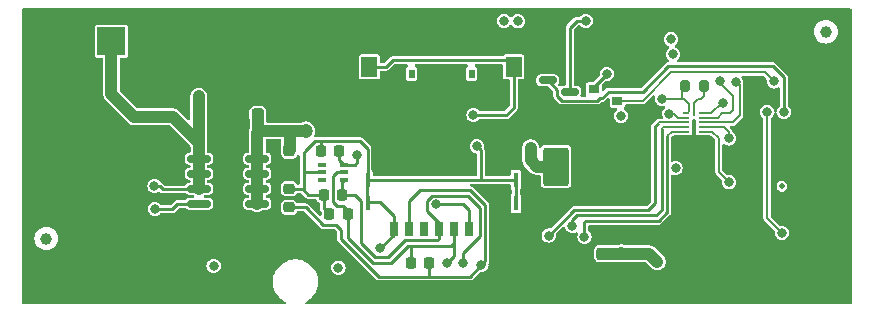
<source format=gbr>
%TF.GenerationSoftware,KiCad,Pcbnew,8.0.4*%
%TF.CreationDate,2024-11-07T22:09:53+00:00*%
%TF.ProjectId,BG95V4,42473935-5634-42e6-9b69-6361645f7063,rev?*%
%TF.SameCoordinates,Original*%
%TF.FileFunction,Copper,L1,Top*%
%TF.FilePolarity,Positive*%
%FSLAX46Y46*%
G04 Gerber Fmt 4.6, Leading zero omitted, Abs format (unit mm)*
G04 Created by KiCad (PCBNEW 8.0.4) date 2024-11-07 22:09:53*
%MOMM*%
%LPD*%
G01*
G04 APERTURE LIST*
G04 Aperture macros list*
%AMRoundRect*
0 Rectangle with rounded corners*
0 $1 Rounding radius*
0 $2 $3 $4 $5 $6 $7 $8 $9 X,Y pos of 4 corners*
0 Add a 4 corners polygon primitive as box body*
4,1,4,$2,$3,$4,$5,$6,$7,$8,$9,$2,$3,0*
0 Add four circle primitives for the rounded corners*
1,1,$1+$1,$2,$3*
1,1,$1+$1,$4,$5*
1,1,$1+$1,$6,$7*
1,1,$1+$1,$8,$9*
0 Add four rect primitives between the rounded corners*
20,1,$1+$1,$2,$3,$4,$5,0*
20,1,$1+$1,$4,$5,$6,$7,0*
20,1,$1+$1,$6,$7,$8,$9,0*
20,1,$1+$1,$8,$9,$2,$3,0*%
G04 Aperture macros list end*
%TA.AperFunction,SMDPad,CuDef*%
%ADD10RoundRect,0.218750X0.218750X0.256250X-0.218750X0.256250X-0.218750X-0.256250X0.218750X-0.256250X0*%
%TD*%
%TA.AperFunction,SMDPad,CuDef*%
%ADD11RoundRect,0.218750X-0.256250X0.218750X-0.256250X-0.218750X0.256250X-0.218750X0.256250X0.218750X0*%
%TD*%
%TA.AperFunction,SMDPad,CuDef*%
%ADD12RoundRect,0.250001X-0.837499X-1.399999X0.837499X-1.399999X0.837499X1.399999X-0.837499X1.399999X0*%
%TD*%
%TA.AperFunction,SMDPad,CuDef*%
%ADD13RoundRect,0.237500X0.237500X-0.287500X0.237500X0.287500X-0.237500X0.287500X-0.237500X-0.287500X0*%
%TD*%
%TA.AperFunction,SMDPad,CuDef*%
%ADD14RoundRect,0.237500X0.287500X0.237500X-0.287500X0.237500X-0.287500X-0.237500X0.287500X-0.237500X0*%
%TD*%
%TA.AperFunction,SMDPad,CuDef*%
%ADD15RoundRect,0.237500X-0.237500X0.287500X-0.237500X-0.287500X0.237500X-0.287500X0.237500X0.287500X0*%
%TD*%
%TA.AperFunction,SMDPad,CuDef*%
%ADD16R,0.800000X0.350000*%
%TD*%
%TA.AperFunction,SMDPad,CuDef*%
%ADD17RoundRect,0.150000X-0.825000X-0.150000X0.825000X-0.150000X0.825000X0.150000X-0.825000X0.150000X0*%
%TD*%
%TA.AperFunction,SMDPad,CuDef*%
%ADD18R,0.900000X0.800000*%
%TD*%
%TA.AperFunction,SMDPad,CuDef*%
%ADD19R,0.650000X1.150000*%
%TD*%
%TA.AperFunction,SMDPad,CuDef*%
%ADD20R,0.450000X1.300000*%
%TD*%
%TA.AperFunction,SMDPad,CuDef*%
%ADD21R,1.400000X1.700000*%
%TD*%
%TA.AperFunction,SMDPad,CuDef*%
%ADD22R,0.540000X0.800000*%
%TD*%
%TA.AperFunction,SMDPad,CuDef*%
%ADD23R,0.600000X0.200000*%
%TD*%
%TA.AperFunction,SMDPad,CuDef*%
%ADD24R,0.150000X0.250000*%
%TD*%
%TA.AperFunction,SMDPad,CuDef*%
%ADD25R,0.200000X0.600000*%
%TD*%
%TA.AperFunction,SMDPad,CuDef*%
%ADD26RoundRect,0.200000X-0.200000X-0.275000X0.200000X-0.275000X0.200000X0.275000X-0.200000X0.275000X0*%
%TD*%
%TA.AperFunction,ComponentPad*%
%ADD27R,2.400000X2.400000*%
%TD*%
%TA.AperFunction,ComponentPad*%
%ADD28C,2.400000*%
%TD*%
%TA.AperFunction,SMDPad,CuDef*%
%ADD29C,1.000000*%
%TD*%
%TA.AperFunction,SMDPad,CuDef*%
%ADD30C,0.500000*%
%TD*%
%TA.AperFunction,SMDPad,CuDef*%
%ADD31RoundRect,0.150000X-0.587500X-0.150000X0.587500X-0.150000X0.587500X0.150000X-0.587500X0.150000X0*%
%TD*%
%TA.AperFunction,ViaPad*%
%ADD32C,0.600000*%
%TD*%
%TA.AperFunction,ViaPad*%
%ADD33C,0.800000*%
%TD*%
%TA.AperFunction,ViaPad*%
%ADD34C,1.200000*%
%TD*%
%TA.AperFunction,Conductor*%
%ADD35C,0.250000*%
%TD*%
%TA.AperFunction,Conductor*%
%ADD36C,1.000000*%
%TD*%
%TA.AperFunction,Conductor*%
%ADD37C,0.200000*%
%TD*%
G04 APERTURE END LIST*
D10*
%TO.P,C1,1*%
%TO.N,/uRST*%
X31297500Y6500000D03*
%TO.P,C1,2*%
%TO.N,/uGND*%
X29722500Y6500000D03*
%TD*%
%TO.P,C2,1*%
%TO.N,/uCLK*%
X31047500Y10190000D03*
%TO.P,C2,2*%
%TO.N,/uGND*%
X29472500Y10190000D03*
%TD*%
%TO.P,C3,1*%
%TO.N,/uData*%
X31750100Y4860000D03*
%TO.P,C3,2*%
%TO.N,/uGND*%
X30175100Y4860000D03*
%TD*%
D11*
%TO.P,C4,1*%
%TO.N,/uGND*%
X26797000Y7010500D03*
%TO.P,C4,2*%
%TO.N,/uVDD*%
X26797000Y5435500D03*
%TD*%
D12*
%TO.P,C6,1*%
%TO.N,/VBAT*%
X49390500Y8890000D03*
%TO.P,C6,2*%
%TO.N,GND*%
X55765500Y8890000D03*
%TD*%
D13*
%TO.P,C7,1*%
%TO.N,/VBAT*%
X53300000Y1525000D03*
%TO.P,C7,2*%
%TO.N,GND*%
X53300000Y3275000D03*
%TD*%
D14*
%TO.P,C8,1*%
%TO.N,/VBAT*%
X24141400Y11734800D03*
%TO.P,C8,2*%
%TO.N,GND*%
X22391400Y11734800D03*
%TD*%
D13*
%TO.P,C9,1*%
%TO.N,/VBAT*%
X54900000Y1525000D03*
%TO.P,C9,2*%
%TO.N,GND*%
X54900000Y3275000D03*
%TD*%
D14*
%TO.P,C10,1*%
%TO.N,/VBAT*%
X24141400Y13309600D03*
%TO.P,C10,2*%
%TO.N,GND*%
X22391400Y13309600D03*
%TD*%
D13*
%TO.P,C11,1*%
%TO.N,/VBAT*%
X56500000Y1525000D03*
%TO.P,C11,2*%
%TO.N,GND*%
X56500000Y3275000D03*
%TD*%
D15*
%TO.P,C12,1*%
%TO.N,/VBAT*%
X26797000Y10287000D03*
%TO.P,C12,2*%
%TO.N,GND*%
X26797000Y8537000D03*
%TD*%
D16*
%TO.P,D1,1*%
%TO.N,unconnected-(D1-Pad1)*%
X29560000Y9050000D03*
%TO.P,D1,2*%
%TO.N,/uGND*%
X29560000Y8400000D03*
%TO.P,D1,3*%
%TO.N,unconnected-(D1-Pad3)*%
X29560000Y7750000D03*
%TO.P,D1,4*%
%TO.N,/uRST*%
X31460000Y7750000D03*
%TO.P,D1,5*%
%TO.N,/uData*%
X31460000Y8400000D03*
%TO.P,D1,6*%
%TO.N,/uCLK*%
X31460000Y9050000D03*
%TD*%
D17*
%TO.P,Q2,1,S*%
%TO.N,/+3V6d*%
X19150000Y9555000D03*
%TO.P,Q2,2,S*%
X19150000Y8285000D03*
%TO.P,Q2,3,S*%
X19150000Y7015000D03*
%TO.P,Q2,4,G*%
%TO.N,Net-(Q1-C)*%
X19150000Y5745000D03*
%TO.P,Q2,5,D*%
%TO.N,/VBAT*%
X24100000Y5745000D03*
%TO.P,Q2,6,D*%
X24100000Y7015000D03*
%TO.P,Q2,7,D*%
X24100000Y8285000D03*
%TO.P,Q2,8,D*%
X24100000Y9555000D03*
%TD*%
D18*
%TO.P,Q8,1,B*%
%TO.N,/Status*%
X52594000Y15428000D03*
%TO.P,Q8,2,E*%
%TO.N,GND*%
X52594000Y13528000D03*
%TO.P,Q8,3,C*%
%TO.N,/uStatus*%
X54594000Y14478000D03*
%TD*%
D10*
%TO.P,R1,1*%
%TO.N,/uVDD*%
X38658900Y711200D03*
%TO.P,R1,2*%
%TO.N,/uData*%
X37083900Y711200D03*
%TD*%
D19*
%TO.P,J11,C1,VCC*%
%TO.N,/uVDD*%
X36945000Y3605000D03*
%TO.P,J11,C2,RST*%
%TO.N,/uRST*%
X39485000Y3605000D03*
%TO.P,J11,C3,CLK*%
%TO.N,/uCLK*%
X42025000Y3605000D03*
%TO.P,J11,C5,GND*%
%TO.N,/uGND*%
X35675000Y3605000D03*
%TO.P,J11,C6,VPP*%
%TO.N,unconnected-(J11-VPP-PadC6)*%
X38215000Y3605000D03*
%TO.P,J11,C7,I/O*%
%TO.N,/uData*%
X40755000Y3605000D03*
D20*
%TO.P,J11,G1,GND*%
%TO.N,/uGND*%
X33430000Y5775000D03*
%TO.P,J11,G2,GND*%
X33430000Y7775000D03*
%TO.P,J11,G3,GND*%
X45970000Y5775000D03*
%TO.P,J11,G4,GND*%
X45970000Y7775000D03*
D21*
%TO.P,J11,G5,GND*%
X45805000Y17335000D03*
%TO.P,J11,G6,GND*%
X33595000Y17335000D03*
D22*
%TO.P,J11,X1*%
%TO.N,N/C*%
X37160000Y16755000D03*
%TO.P,J11,X2*%
X42240000Y16755000D03*
%TD*%
D23*
%TO.P,U2,1,VCCA*%
%TO.N,/VDD_EXT*%
X60425000Y13425000D03*
D24*
X60650000Y13600000D03*
D23*
%TO.P,U2,2,A1*%
%TO.N,/DTR*%
X60425000Y13025000D03*
%TO.P,U2,3,A2*%
%TO.N,/DCD*%
X60425000Y12625000D03*
%TO.P,U2,4,A3*%
%TO.N,/RXD*%
X60425000Y12225000D03*
%TO.P,U2,5,A4*%
%TO.N,/TXD*%
X60425000Y11825000D03*
D25*
%TO.P,U2,6,GND*%
%TO.N,GND*%
X61075000Y11825000D03*
D23*
%TO.P,U2,7,B4*%
%TO.N,/RxD*%
X61725000Y11825000D03*
%TO.P,U2,8,B3*%
%TO.N,/TxD*%
X61725000Y12225000D03*
%TO.P,U2,9,B2*%
%TO.N,/uDCD*%
X61725000Y12625000D03*
%TO.P,U2,10,B1*%
%TO.N,/uDTR*%
X61725000Y13025000D03*
%TO.P,U2,11,VCCB*%
%TO.N,/+3V3_UC*%
X61725000Y13425000D03*
D25*
%TO.P,U2,12,OE*%
%TO.N,Net-(U2-OE)*%
X61075000Y13425000D03*
%TD*%
D26*
%TO.P,R3,1*%
%TO.N,/VDD_EXT*%
X60300000Y15725000D03*
%TO.P,R3,2*%
%TO.N,Net-(U2-OE)*%
X61950000Y15725000D03*
%TD*%
D27*
%TO.P,BT1,1,+*%
%TO.N,/+3V6d*%
X11750000Y19500000D03*
D28*
%TO.P,BT1,2,-*%
%TO.N,GND*%
X11750000Y-1500000D03*
%TO.P,BT1,3,-*%
X15500000Y-1500000D03*
%TO.P,BT1,4,-*%
X8000000Y-1500000D03*
%TD*%
D29*
%TO.P,FID1,*%
%TO.N,*%
X72237600Y20294600D03*
%TD*%
%TO.P,FID4,*%
%TO.N,*%
X6223000Y2794000D03*
%TD*%
D30*
%TO.P,TP1,1,1*%
%TO.N,unconnected-(TP1-Pad1)*%
X68520000Y7210000D03*
%TD*%
D31*
%TO.P,Q3,1,B*%
%TO.N,/uPWRKEY*%
X48671000Y16190000D03*
%TO.P,Q3,2,E*%
%TO.N,GND*%
X48671000Y14290000D03*
%TO.P,Q3,3,C*%
%TO.N,/PWRKEY*%
X50546000Y15240000D03*
%TD*%
D32*
%TO.N,GND*%
X30022800Y15189200D03*
X22533000Y45394D03*
X12733000Y9845394D03*
X71533000Y8445394D03*
X58933000Y-1354606D03*
D33*
X39370000Y16510000D03*
D32*
X26339800Y16967200D03*
X11333000Y11245394D03*
X30933000Y18245394D03*
X70133000Y8445394D03*
X70133000Y7045394D03*
D33*
X58432288Y3644211D03*
D32*
X28524200Y17830800D03*
X5733000Y4245394D03*
X60333000Y-1354606D03*
X29533000Y14045394D03*
X32333000Y-1354606D03*
D33*
X36195000Y13335000D03*
D32*
X11333000Y12645394D03*
X70133000Y5645394D03*
X26035000Y17780000D03*
X24917400Y19862800D03*
X72933000Y11245394D03*
X72933000Y-1354606D03*
X72933000Y4245394D03*
X5733000Y11245394D03*
X72933000Y9845394D03*
X5733000Y21045394D03*
X33733000Y21045394D03*
X14133000Y18245394D03*
X5733000Y19645394D03*
D33*
X35560000Y-1270000D03*
D32*
X30124400Y17195800D03*
X29794200Y18237200D03*
X12733000Y8445394D03*
X70133000Y11245394D03*
X71533000Y1445394D03*
D33*
X60147200Y10947400D03*
D32*
X22533000Y18245394D03*
X29533000Y-1354606D03*
X8533000Y16845394D03*
X7133000Y21045394D03*
X26390600Y15240000D03*
X33733000Y19645394D03*
X70133000Y9845394D03*
X44933000Y9845394D03*
X29286200Y17221200D03*
X9933000Y45394D03*
X8533000Y21045394D03*
X70133000Y-1354606D03*
X5733000Y1445394D03*
X7133000Y1445394D03*
X25333000Y16845394D03*
X72933000Y5645394D03*
X71533000Y9845394D03*
X9933000Y15445394D03*
X8533000Y15445394D03*
X49133000Y-1354606D03*
X14133000Y9845394D03*
X57533000Y21045394D03*
X31673800Y17145000D03*
X8533000Y2845394D03*
X28371800Y15189200D03*
X70133000Y45394D03*
X57533000Y-1354606D03*
X9933000Y12645394D03*
X25333000Y15445394D03*
X32333000Y19645394D03*
X72933000Y12645394D03*
D33*
X36195000Y14478000D03*
D32*
X72933000Y7045394D03*
X18333000Y-1354606D03*
X71533000Y-1354606D03*
X43533000Y-1354606D03*
X7133000Y15445394D03*
X30911800Y17170400D03*
X8533000Y14045394D03*
X63133000Y-1354606D03*
X26339800Y21717000D03*
X12733000Y11245394D03*
X8533000Y12645394D03*
X68733000Y-1354606D03*
X23933000Y16845394D03*
X7133000Y18245394D03*
X28346400Y17170400D03*
X22533000Y-1354606D03*
X70133000Y1445394D03*
X24892000Y18923000D03*
X7133000Y16845394D03*
X8533000Y1445394D03*
X71533000Y4245394D03*
X23933000Y-1354606D03*
X29845000Y19253200D03*
X8533000Y18245394D03*
X29210000Y21717000D03*
X30933000Y-1354606D03*
X8533000Y19645394D03*
X24892000Y20751800D03*
X30933000Y19645394D03*
X14133000Y11245394D03*
X11333000Y5645394D03*
X14133000Y16845394D03*
X30933000Y21045394D03*
X71533000Y12645394D03*
D33*
X25400000Y3810000D03*
X36195000Y16637000D03*
X49430000Y13150000D03*
X36195000Y15494000D03*
D32*
X22533000Y19645394D03*
X23933000Y19645394D03*
X23933000Y21045394D03*
X9933000Y4245394D03*
X19733000Y-1354606D03*
X70133000Y15445394D03*
X72933000Y14045394D03*
X44933000Y-1354606D03*
X32333000Y21045394D03*
X72933000Y45394D03*
X21133000Y-1354606D03*
X56133000Y-1354606D03*
X33248600Y15240000D03*
X50533000Y-1354606D03*
X71533000Y2845394D03*
X25425400Y21590000D03*
X5733000Y-1354606D03*
X23933000Y18245394D03*
X29184600Y15138400D03*
X71533000Y11245394D03*
X71533000Y15445394D03*
X5733000Y18245394D03*
X29845000Y21107400D03*
X26111200Y16129000D03*
X47733000Y-1354606D03*
X72933000Y8445394D03*
X5733000Y15445394D03*
X28371800Y21742400D03*
D33*
X54250000Y6740000D03*
D32*
X68733000Y45394D03*
X47733000Y12645394D03*
X51933000Y-1354606D03*
X71533000Y14045394D03*
X22533000Y16845394D03*
X64533000Y-1354606D03*
X29870400Y20193000D03*
X9933000Y14045394D03*
X9933000Y16845394D03*
X54733000Y-1354606D03*
X72933000Y1445394D03*
X23933000Y45394D03*
X71533000Y45394D03*
X7133000Y19645394D03*
X46333000Y-1354606D03*
X70133000Y2845394D03*
X5733000Y16845394D03*
X71533000Y7045394D03*
X25146000Y18059400D03*
X72933000Y2845394D03*
X70133000Y4245394D03*
X61733000Y-1354606D03*
X5733000Y45394D03*
X30988000Y15138400D03*
X11333000Y9845394D03*
X53333000Y-1354606D03*
X23933000Y15445394D03*
X51933000Y16845394D03*
D33*
%TO.N,/uGND*%
X42675000Y10600000D03*
X34510000Y1960000D03*
X42400000Y13250000D03*
%TO.N,/uRST*%
X41540000Y719989D03*
%TO.N,/uCLK*%
X32580000Y9900000D03*
X39200000Y5700000D03*
%TO.N,/uData*%
X40130000Y720000D03*
%TO.N,/uVDD*%
X43070000Y530000D03*
%TO.N,/VBAT*%
X57960000Y830000D03*
X47233980Y10491020D03*
D34*
X28200000Y11900000D03*
D33*
%TO.N,/uStatus*%
X67825000Y16100000D03*
%TO.N,/uPWRKEY*%
X68675000Y13500000D03*
%TO.N,/uDTR*%
X63275000Y16125000D03*
%TO.N,/TxD*%
X64050000Y11275000D03*
%TO.N,/RxD*%
X64050000Y7550000D03*
%TO.N,/uDCD*%
X64625000Y16025000D03*
%TO.N,/RXD*%
X50775000Y3850000D03*
%TO.N,/TXD*%
X51800000Y2950000D03*
%TO.N,/VDD_EXT*%
X58350000Y14625000D03*
%TO.N,/DTR*%
X58975000Y13350000D03*
%TO.N,/DCD*%
X48768000Y3048000D03*
%TO.N,/PWRKEY*%
X51917600Y21234400D03*
%TO.N,/Status*%
X53695600Y16738600D03*
%TO.N,/Alim*%
X20400000Y475000D03*
X30962600Y330200D03*
%TO.N,Net-(Q1-C)*%
X15417800Y5308600D03*
%TO.N,/+3V6d*%
X19126200Y14833600D03*
X15392400Y7239000D03*
%TO.N,/+3V3_UC*%
X68500000Y3275000D03*
X67250000Y13500000D03*
X63525000Y14300000D03*
%TO.N,/T*%
X59512200Y8763000D03*
X54889400Y13182600D03*
%TO.N,/D+*%
X59283600Y18389600D03*
X44983400Y21234400D03*
%TO.N,/D-*%
X46151800Y21183600D03*
X59125498Y19659600D03*
%TD*%
D35*
%TO.N,GND*%
X56250000Y3250000D02*
X56300000Y3200000D01*
X55765500Y8255500D02*
X54250000Y6740000D01*
X60406600Y10775000D02*
X60250000Y10775000D01*
X56500000Y3275000D02*
X58055000Y3275000D01*
X53300000Y3275000D02*
X54875000Y3275000D01*
X61075000Y11825000D02*
X61075000Y11025000D01*
X55765500Y8890000D02*
X55765500Y8255500D01*
X60825000Y10775000D02*
X60406600Y10775000D01*
X49430000Y13150000D02*
X49808000Y13528000D01*
X60406600Y10775000D02*
X60319600Y10775000D01*
X58432288Y3647712D02*
X58432288Y3644211D01*
X60319600Y10775000D02*
X60147200Y10947400D01*
X48900000Y13150000D02*
X49430000Y13150000D01*
X60250000Y10775000D02*
X60225000Y10800000D01*
X58055000Y3275000D02*
X58430000Y3650000D01*
X48671000Y14290000D02*
X48671000Y13379000D01*
X54900000Y3275000D02*
X56275000Y3275000D01*
X48671000Y13379000D02*
X48900000Y13150000D01*
X54875000Y3275000D02*
X54900000Y3250000D01*
X49808000Y13528000D02*
X52594000Y13528000D01*
X54875000Y3275000D02*
X54900000Y3300000D01*
X58430000Y3650000D02*
X58432288Y3647712D01*
X61075000Y11025000D02*
X60825000Y10775000D01*
%TO.N,/uGND*%
X33430000Y7775000D02*
X35925000Y7775000D01*
X35675000Y4725000D02*
X34500000Y5900000D01*
X43025000Y7775000D02*
X43025000Y10250000D01*
X42400000Y13250000D02*
X45175000Y13250000D01*
X28010000Y6900000D02*
X28410000Y6500000D01*
X34500000Y5900000D02*
X33600000Y5900000D01*
X29472500Y10190000D02*
X29472500Y10922500D01*
X36795000Y7775000D02*
X43025000Y7775000D01*
X45240000Y17900000D02*
X45805000Y17335000D01*
X28410000Y6500000D02*
X29610000Y6500000D01*
X28110000Y8400000D02*
X28010000Y8300000D01*
X27899500Y7010500D02*
X28010000Y6900000D01*
X26797000Y7010500D02*
X27899500Y7010500D01*
X29600000Y11050000D02*
X29010000Y11050000D01*
X32785480Y11050000D02*
X29600000Y11050000D01*
X45925000Y7775000D02*
X46000000Y7700000D01*
X29472500Y10922500D02*
X29600000Y11050000D01*
X35550000Y17900000D02*
X45240000Y17900000D01*
X46000000Y7700000D02*
X46000000Y5800000D01*
X29722500Y5312600D02*
X30175100Y4860000D01*
X35675000Y3605000D02*
X35675000Y3135000D01*
X29010000Y11050000D02*
X28160000Y10200000D01*
X43025000Y10250000D02*
X42675000Y10600000D01*
X35675000Y3605000D02*
X35675000Y4725000D01*
X28010000Y10050000D02*
X28010000Y8300000D01*
X45805000Y13880000D02*
X45805000Y17335000D01*
X43025000Y7775000D02*
X45925000Y7775000D01*
X35925000Y7775000D02*
X36795000Y7775000D01*
X34985000Y17335000D02*
X35550000Y17900000D01*
X33400000Y5900000D02*
X33400000Y7800000D01*
X33600000Y5900000D02*
X33400000Y5900000D01*
X29722500Y6500000D02*
X29722500Y5312600D01*
X33430000Y10405480D02*
X32785480Y11050000D01*
X28010000Y6900000D02*
X28010000Y8300000D01*
X35675000Y3135000D02*
X35675000Y3125000D01*
X29560000Y8400000D02*
X28110000Y8400000D01*
X45175000Y13250000D02*
X45805000Y13880000D01*
X28160000Y10200000D02*
X28010000Y10050000D01*
X33595000Y17335000D02*
X34985000Y17335000D01*
X33430000Y7775000D02*
X33430000Y10405480D01*
X35675000Y3125000D02*
X34510000Y1960000D01*
%TO.N,/uRST*%
X32380000Y6500000D02*
X32870000Y6010000D01*
X36590000Y2630000D02*
X39320000Y2630000D01*
X42950000Y5380000D02*
X42950000Y2980978D01*
X32870000Y2380000D02*
X34050000Y1200000D01*
X41905489Y6424511D02*
X42950000Y5380000D01*
X31297500Y6500000D02*
X31297500Y7587500D01*
X41540000Y1570978D02*
X41540000Y719989D01*
X38475489Y5104511D02*
X38475489Y6000103D01*
X39485000Y4095000D02*
X38475489Y5104511D01*
X32870000Y6010000D02*
X32870000Y2380000D01*
X34050000Y1200000D02*
X35160000Y1200000D01*
X39485000Y3605000D02*
X39485000Y4095000D01*
X35160000Y1200000D02*
X36590000Y2630000D01*
X39320000Y2630000D02*
X39485000Y2795000D01*
X39485000Y2795000D02*
X39485000Y3605000D01*
X38899897Y6424511D02*
X41905489Y6424511D01*
X38475489Y6000103D02*
X38899897Y6424511D01*
X31297500Y6500000D02*
X32380000Y6500000D01*
X31297500Y7587500D02*
X31460000Y7750000D01*
X42950000Y2980978D02*
X41540000Y1570978D01*
%TO.N,/uCLK*%
X32330000Y9050000D02*
X32580000Y9300000D01*
X41500000Y5700000D02*
X39200000Y5700000D01*
X42025000Y5175000D02*
X41500000Y5700000D01*
X31460000Y9050000D02*
X32330000Y9050000D01*
X31047500Y9462500D02*
X31460000Y9050000D01*
X31047500Y10190000D02*
X31047500Y9462500D01*
X42025000Y3605000D02*
X42025000Y5175000D01*
X32580000Y9300000D02*
X32580000Y9900000D01*
%TO.N,/uData*%
X40500480Y2180480D02*
X37181680Y2180480D01*
X31750100Y2870100D02*
X31750100Y4860000D01*
X37083900Y2082700D02*
X37181680Y2180480D01*
X40130000Y720000D02*
X40755000Y1345000D01*
X40755000Y2435000D02*
X40500480Y2180480D01*
X40755000Y2435000D02*
X40755000Y3605000D01*
X36840480Y2180480D02*
X35410000Y750000D01*
X31460000Y8400000D02*
X30810000Y8400000D01*
X30810000Y8400000D02*
X30520000Y8110000D01*
X30810200Y5562600D02*
X31343600Y5562600D01*
X33864283Y750000D02*
X32420480Y2193803D01*
X37083900Y711200D02*
X37083900Y2082700D01*
X30520000Y8110000D02*
X30520000Y5852800D01*
X31750100Y5156100D02*
X31750100Y4860000D01*
X32420480Y2199720D02*
X31750100Y2870100D01*
X31343600Y5562600D02*
X31750100Y5156100D01*
X40755000Y1345000D02*
X40755000Y2435000D01*
X32420480Y2193803D02*
X32420480Y2199720D01*
X30520000Y5852800D02*
X30810200Y5562600D01*
X35410000Y750000D02*
X33864283Y750000D01*
X37181680Y2180480D02*
X36840480Y2180480D01*
%TO.N,/uVDD*%
X38658900Y-330300D02*
X38760400Y-431800D01*
X43070000Y530000D02*
X43410000Y870000D01*
X38760400Y-431800D02*
X42108200Y-431800D01*
X29692600Y3937000D02*
X28194100Y5435500D01*
X28194100Y5435500D02*
X26797000Y5435500D01*
X36945000Y5945000D02*
X36945000Y3605000D01*
X31191200Y3505200D02*
X30759400Y3937000D01*
X31191200Y2743200D02*
X31191200Y3505200D01*
X30759400Y3937000D02*
X29692600Y3937000D01*
X43410000Y870000D02*
X43410000Y5610000D01*
X37874031Y6874031D02*
X36945000Y5945000D01*
X42108200Y-431800D02*
X43070000Y530000D01*
X34366200Y-431800D02*
X31191200Y2743200D01*
X38658900Y711200D02*
X38658900Y-330300D01*
X43410000Y5610000D02*
X42145969Y6874031D01*
X38760400Y-431800D02*
X34366200Y-431800D01*
X42145969Y6874031D02*
X37874031Y6874031D01*
D36*
%TO.N,/VBAT*%
X24100000Y7015000D02*
X24100000Y5745000D01*
X26835000Y10325000D02*
X26797000Y10287000D01*
X26835000Y11900000D02*
X26835000Y10325000D01*
X28200000Y11900000D02*
X26835000Y11900000D01*
X47233980Y10491020D02*
X47233980Y9408020D01*
X24141400Y11734800D02*
X24141400Y13309600D01*
X47752000Y8890000D02*
X49390500Y8890000D01*
X24100000Y9555000D02*
X24100000Y8285000D01*
X26835000Y11900000D02*
X24306600Y11900000D01*
X24100000Y9555000D02*
X24100000Y11693400D01*
X47233980Y9408020D02*
X47752000Y8890000D01*
X53300000Y1525000D02*
X54475000Y1525000D01*
X56500000Y1525000D02*
X57265000Y1525000D01*
X57265000Y1525000D02*
X57960000Y830000D01*
X53300000Y1525000D02*
X56500000Y1525000D01*
X24100000Y11693400D02*
X24141400Y11734800D01*
X24100000Y8285000D02*
X24100000Y7015000D01*
X54475000Y1525000D02*
X54500000Y1500000D01*
X54825000Y1525000D02*
X54900000Y1600000D01*
X24306600Y11900000D02*
X24141400Y11734800D01*
D37*
%TO.N,/uStatus*%
X67050000Y16875000D02*
X67825000Y16100000D01*
X59125000Y16875000D02*
X67050000Y16875000D01*
X54594000Y14478000D02*
X56728000Y14478000D01*
X56728000Y14478000D02*
X59125000Y16875000D01*
D35*
%TO.N,/uPWRKEY*%
X48671000Y16190000D02*
X49483980Y15377020D01*
X58900000Y17400000D02*
X67750000Y17400000D01*
X67750000Y17400000D02*
X68675000Y16475000D01*
X56740000Y15240000D02*
X58900000Y17400000D01*
X49483980Y15377020D02*
X49483980Y14893448D01*
X49899428Y14478000D02*
X52860511Y14478000D01*
X52860511Y14478000D02*
X53086000Y14703489D01*
X53848000Y15240000D02*
X56740000Y15240000D01*
X49483980Y14893448D02*
X49899428Y14478000D01*
X53086000Y14703489D02*
X53311489Y14703489D01*
X68675000Y16475000D02*
X68675000Y13500000D01*
X53311489Y14703489D02*
X53848000Y15240000D01*
D37*
%TO.N,/uDTR*%
X64100000Y13425000D02*
X63475000Y13425000D01*
X64350000Y14875000D02*
X64350000Y13675000D01*
X63475000Y13425000D02*
X63075000Y13025000D01*
X64350000Y13675000D02*
X64100000Y13425000D01*
X63975000Y15250000D02*
X64350000Y14875000D01*
X63975000Y15250000D02*
X63275000Y15950000D01*
X63075000Y13025000D02*
X61725000Y13025000D01*
X63275000Y15950000D02*
X63275000Y16125000D01*
%TO.N,/TxD*%
X61725000Y12225000D02*
X63600000Y12225000D01*
X64050000Y11775000D02*
X64050000Y11275000D01*
X63600000Y12225000D02*
X64050000Y11775000D01*
%TO.N,/RxD*%
X63175000Y11275000D02*
X63175000Y8425000D01*
X61725000Y11825000D02*
X62625000Y11825000D01*
X63175000Y8425000D02*
X64050000Y7550000D01*
X62625000Y11825000D02*
X63175000Y11275000D01*
%TO.N,/uDCD*%
X61725000Y12625000D02*
X64350000Y12625000D01*
X64950000Y15800000D02*
X64725000Y16025000D01*
X64350000Y12625000D02*
X64950000Y13225000D01*
X64725000Y16025000D02*
X64625000Y16025000D01*
X64950000Y13225000D02*
X64950000Y15800000D01*
D35*
%TO.N,/RXD*%
X57850000Y4750000D02*
X58325000Y5225000D01*
X58325000Y5225000D02*
X58325000Y12100000D01*
D37*
X58450000Y12225000D02*
X58325000Y12100000D01*
X60425000Y12225000D02*
X58450000Y12225000D01*
D35*
X50775000Y3850000D02*
X50775000Y4350000D01*
X51175000Y4750000D02*
X57850000Y4750000D01*
X50775000Y4350000D02*
X51175000Y4750000D01*
D37*
%TO.N,/TXD*%
X60425000Y11825000D02*
X59200000Y11825000D01*
X59200000Y11825000D02*
X58825000Y11450000D01*
D35*
X58787699Y5012699D02*
X58787699Y11412699D01*
X58075000Y4300000D02*
X58787699Y5012699D01*
X51800000Y2950000D02*
X51800000Y4175000D01*
X51925000Y4300000D02*
X58075000Y4300000D01*
X58787699Y11412699D02*
X58825000Y11450000D01*
X51800000Y4175000D02*
X51925000Y4300000D01*
D37*
%TO.N,/VDD_EXT*%
X60225000Y14625000D02*
X60025000Y14625000D01*
X60300000Y15725000D02*
X60025000Y15450000D01*
X60025000Y15450000D02*
X60025000Y14625000D01*
X60650000Y14200000D02*
X60225000Y14625000D01*
X60650000Y13600000D02*
X60650000Y14200000D01*
X60025000Y14625000D02*
X58350000Y14625000D01*
%TO.N,/DTR*%
X59350000Y13350000D02*
X58975000Y13350000D01*
X59675000Y13025000D02*
X59350000Y13350000D01*
X60425000Y13025000D02*
X59675000Y13025000D01*
D35*
%TO.N,/DCD*%
X57774960Y12299960D02*
X58000000Y12525000D01*
X50937040Y5217040D02*
X57166960Y5217040D01*
D37*
X60425000Y12625000D02*
X58100000Y12625000D01*
D35*
X48768000Y3048000D02*
X50937040Y5217040D01*
X57166960Y5217040D02*
X57774960Y5825040D01*
D37*
X58100000Y12625000D02*
X58000000Y12525000D01*
D35*
X57774960Y5825040D02*
X57774960Y12299960D01*
%TO.N,/PWRKEY*%
X51130200Y21234400D02*
X51917600Y21234400D01*
X50546000Y20650200D02*
X51130200Y21234400D01*
X50546000Y15240000D02*
X50546000Y20650200D01*
%TO.N,/Status*%
X52594000Y15637000D02*
X53695600Y16738600D01*
X52594000Y15428000D02*
X52594000Y15637000D01*
%TO.N,Net-(Q1-C)*%
X15430000Y5296400D02*
X15417800Y5308600D01*
X19150000Y5745000D02*
X17339600Y5745000D01*
X16891000Y5296400D02*
X15430000Y5296400D01*
X17339600Y5745000D02*
X16891000Y5296400D01*
D37*
%TO.N,Net-(U2-OE)*%
X61075000Y14300000D02*
X61400000Y14625000D01*
X61075000Y13425000D02*
X61075000Y14300000D01*
X61675000Y14625000D02*
X61950000Y14900000D01*
X61400000Y14625000D02*
X61675000Y14625000D01*
X61950000Y14900000D02*
X61950000Y15725000D01*
D36*
%TO.N,/+3V6d*%
X19150000Y10720400D02*
X19150000Y10898200D01*
X19150000Y10720400D02*
X19150000Y9555000D01*
X13639800Y13106400D02*
X11750000Y14996200D01*
X19150000Y11936400D02*
X19126200Y11960200D01*
X19150000Y10898200D02*
X16941800Y13106400D01*
X19150000Y8285000D02*
X19150000Y9555000D01*
X19150000Y7015000D02*
X19150000Y8285000D01*
X16941800Y13106400D02*
X13639800Y13106400D01*
D35*
X15824200Y7239000D02*
X15392400Y7239000D01*
X16116800Y6946400D02*
X15824200Y7239000D01*
D36*
X11750000Y14996200D02*
X11750000Y19500000D01*
D35*
X19081400Y6946400D02*
X16116800Y6946400D01*
X19150000Y7015000D02*
X19081400Y6946400D01*
D36*
X19126200Y11960200D02*
X19126200Y14833600D01*
X19150000Y10720400D02*
X19150000Y11936400D01*
D37*
%TO.N,/+3V3_UC*%
X67250000Y4525000D02*
X67250000Y13500000D01*
X68500000Y3275000D02*
X67250000Y4525000D01*
X63400000Y14300000D02*
X63525000Y14300000D01*
X61725000Y13425000D02*
X62525000Y13425000D01*
X62525000Y13425000D02*
X63400000Y14300000D01*
%TD*%
%TA.AperFunction,Conductor*%
%TO.N,GND*%
G36*
X32386500Y16436350D02*
G01*
X32393009Y16375803D01*
X32393011Y16375795D01*
X32444110Y16238797D01*
X32444112Y16238792D01*
X32531738Y16121738D01*
X32600000Y16070637D01*
X32600000Y15900000D01*
X35400000Y15900000D01*
X35400000Y12800000D01*
X28852135Y12800000D01*
X28696218Y12896540D01*
X28504655Y12970751D01*
X28302718Y13008500D01*
X28097282Y13008500D01*
X27895345Y12970751D01*
X27756617Y12917008D01*
X27711101Y12908500D01*
X27500000Y12908500D01*
X27500000Y17900000D01*
X32386500Y17900000D01*
X32386500Y16436350D01*
G37*
%TD.AperFunction*%
%TD*%
%TA.AperFunction,Conductor*%
%TO.N,GND*%
G36*
X74361321Y22264398D02*
G01*
X74407814Y22210742D01*
X74419200Y22158400D01*
X74419200Y-2654000D01*
X74399198Y-2722121D01*
X74345542Y-2768614D01*
X74293200Y-2780000D01*
X28282337Y-2780000D01*
X28214216Y-2759998D01*
X28167723Y-2706342D01*
X28157619Y-2636068D01*
X28187113Y-2571488D01*
X28219337Y-2544881D01*
X28331087Y-2480361D01*
X28388527Y-2447199D01*
X28586176Y-2295538D01*
X28762338Y-2119376D01*
X28913999Y-1921727D01*
X29038564Y-1705973D01*
X29133902Y-1475807D01*
X29198382Y-1235165D01*
X29230900Y-988165D01*
X29230900Y-739035D01*
X29198382Y-492035D01*
X29133902Y-251393D01*
X29038564Y-21227D01*
X29038558Y-21218D01*
X29038557Y-21214D01*
X28951542Y129501D01*
X28913999Y194527D01*
X28809894Y330200D01*
X30356918Y330200D01*
X30356918Y330199D01*
X30377555Y173439D01*
X30438063Y27360D01*
X30438065Y27357D01*
X30454865Y5463D01*
X30534318Y-98082D01*
X30659759Y-194336D01*
X30805838Y-254844D01*
X30962600Y-275482D01*
X31119362Y-254844D01*
X31265441Y-194336D01*
X31390882Y-98082D01*
X31487136Y27359D01*
X31547644Y173438D01*
X31568282Y330200D01*
X31547644Y486962D01*
X31487136Y633041D01*
X31390882Y758482D01*
X31265441Y854736D01*
X31119362Y915244D01*
X30962600Y935882D01*
X30805838Y915244D01*
X30659759Y854736D01*
X30534318Y758482D01*
X30438065Y633042D01*
X30438063Y633039D01*
X30377555Y486960D01*
X30356918Y330200D01*
X28809894Y330200D01*
X28762338Y392176D01*
X28586176Y568338D01*
X28388527Y719999D01*
X28172773Y844564D01*
X27942607Y939902D01*
X27701965Y1004382D01*
X27701958Y1004382D01*
X27701958Y1004383D01*
X27678190Y1007511D01*
X27454965Y1036900D01*
X27205835Y1036900D01*
X27022499Y1012763D01*
X26958841Y1004383D01*
X26958839Y1004382D01*
X26958835Y1004382D01*
X26718193Y939902D01*
X26488027Y844564D01*
X26488018Y844558D01*
X26488014Y844557D01*
X26314471Y744362D01*
X26272273Y719999D01*
X26074624Y568338D01*
X26074618Y568332D01*
X26074613Y568328D01*
X25898471Y392186D01*
X25898466Y392180D01*
X25898462Y392176D01*
X25747521Y195465D01*
X25746798Y194523D01*
X25622242Y-21214D01*
X25622237Y-21225D01*
X25622236Y-21227D01*
X25588190Y-103421D01*
X25526898Y-251393D01*
X25526897Y-251397D01*
X25462416Y-492041D01*
X25429900Y-739032D01*
X25429900Y-988167D01*
X25462416Y-1235158D01*
X25462418Y-1235165D01*
X25526898Y-1475807D01*
X25622236Y-1705973D01*
X25622237Y-1705974D01*
X25622242Y-1705985D01*
X25746798Y-1921723D01*
X25746800Y-1921726D01*
X25746801Y-1921727D01*
X25898462Y-2119376D01*
X25898466Y-2119380D01*
X25898471Y-2119386D01*
X26074613Y-2295528D01*
X26074618Y-2295532D01*
X26074624Y-2295538D01*
X26272273Y-2447199D01*
X26272276Y-2447201D01*
X26441463Y-2544881D01*
X26490456Y-2596263D01*
X26503892Y-2665977D01*
X26477506Y-2731888D01*
X26419674Y-2773070D01*
X26378463Y-2780000D01*
X4300400Y-2780000D01*
X4232279Y-2759998D01*
X4185786Y-2706342D01*
X4174400Y-2654000D01*
X4174400Y475000D01*
X19794318Y475000D01*
X19794318Y474999D01*
X19814955Y318239D01*
X19875463Y172160D01*
X19875465Y172157D01*
X19919847Y114318D01*
X19971718Y46718D01*
X20097159Y-49536D01*
X20243238Y-110044D01*
X20400000Y-130682D01*
X20556762Y-110044D01*
X20702841Y-49536D01*
X20828282Y46718D01*
X20924536Y172159D01*
X20985044Y318238D01*
X21005682Y475000D01*
X20985044Y631762D01*
X20924536Y777841D01*
X20828282Y903282D01*
X20702841Y999536D01*
X20556762Y1060044D01*
X20400000Y1080682D01*
X20243238Y1060044D01*
X20097159Y999536D01*
X19971718Y903282D01*
X19875465Y777842D01*
X19875463Y777839D01*
X19814955Y631760D01*
X19794318Y475000D01*
X4174400Y475000D01*
X4174400Y2794003D01*
X5217659Y2794003D01*
X5217659Y2793996D01*
X5236974Y2597875D01*
X5236974Y2597873D01*
X5294186Y2409271D01*
X5387090Y2235461D01*
X5512117Y2083117D01*
X5664461Y1958090D01*
X5838271Y1865186D01*
X6026874Y1807974D01*
X6222997Y1788659D01*
X6223000Y1788659D01*
X6223003Y1788659D01*
X6419124Y1807974D01*
X6419126Y1807974D01*
X6607728Y1865186D01*
X6781538Y1958090D01*
X6916820Y2069114D01*
X6933883Y2083117D01*
X7058910Y2235462D01*
X7151814Y2409273D01*
X7209024Y2597868D01*
X7209024Y2597870D01*
X7209025Y2597873D01*
X7209025Y2597875D01*
X7228341Y2793996D01*
X7228341Y2794003D01*
X7209025Y2990124D01*
X7209025Y2990126D01*
X7209024Y2990127D01*
X7209024Y2990132D01*
X7151814Y3178727D01*
X7058910Y3352538D01*
X6933883Y3504883D01*
X6781538Y3629910D01*
X6607727Y3722814D01*
X6419132Y3780024D01*
X6419126Y3780024D01*
X6419125Y3780025D01*
X6223003Y3799341D01*
X6222997Y3799341D01*
X6026875Y3780025D01*
X6026873Y3780025D01*
X6026870Y3780024D01*
X6026868Y3780024D01*
X5838273Y3722814D01*
X5664462Y3629910D01*
X5512117Y3504883D01*
X5408218Y3378282D01*
X5387090Y3352538D01*
X5294186Y3178728D01*
X5236974Y2990126D01*
X5236974Y2990124D01*
X5217659Y2794003D01*
X4174400Y2794003D01*
X4174400Y20719750D01*
X10349500Y20719750D01*
X10349500Y18280249D01*
X10361132Y18221771D01*
X10361133Y18221768D01*
X10405448Y18155448D01*
X10471768Y18111133D01*
X10471771Y18111132D01*
X10530249Y18099500D01*
X10530252Y18099500D01*
X10923500Y18099500D01*
X10991621Y18079498D01*
X11038114Y18025842D01*
X11049500Y17973500D01*
X11049500Y14927202D01*
X11076420Y14791871D01*
X11076421Y14791868D01*
X11129225Y14664389D01*
X11205885Y14549658D01*
X11205890Y14549652D01*
X13193252Y12562290D01*
X13193258Y12562285D01*
X13307989Y12485625D01*
X13435468Y12432821D01*
X13435471Y12432820D01*
X13570802Y12405900D01*
X13570806Y12405900D01*
X13570807Y12405900D01*
X16599453Y12405900D01*
X16667574Y12385898D01*
X16688548Y12368995D01*
X18412595Y10644948D01*
X18446621Y10582636D01*
X18449500Y10555853D01*
X18449500Y10181500D01*
X18429498Y10113379D01*
X18375842Y10066886D01*
X18323500Y10055500D01*
X18291740Y10055500D01*
X18223607Y10045573D01*
X18223605Y10045572D01*
X18118517Y9994198D01*
X18118514Y9994196D01*
X18035803Y9911485D01*
X18035801Y9911482D01*
X17984427Y9806394D01*
X17974500Y9738261D01*
X17974500Y9371738D01*
X17984427Y9303605D01*
X18035801Y9198517D01*
X18035803Y9198514D01*
X18118514Y9115803D01*
X18118517Y9115801D01*
X18223605Y9064427D01*
X18291738Y9054500D01*
X18291740Y9054500D01*
X18323500Y9054500D01*
X18391621Y9034498D01*
X18438114Y8980842D01*
X18449500Y8928500D01*
X18449500Y8911500D01*
X18429498Y8843379D01*
X18375842Y8796886D01*
X18323500Y8785500D01*
X18291740Y8785500D01*
X18223607Y8775573D01*
X18223605Y8775572D01*
X18118517Y8724198D01*
X18118514Y8724196D01*
X18035803Y8641485D01*
X18035801Y8641482D01*
X17984427Y8536394D01*
X17974500Y8468261D01*
X17974500Y8101738D01*
X17984427Y8033605D01*
X18035801Y7928517D01*
X18035803Y7928514D01*
X18118514Y7845803D01*
X18118517Y7845801D01*
X18223605Y7794427D01*
X18291738Y7784500D01*
X18291740Y7784500D01*
X18323500Y7784500D01*
X18391621Y7764498D01*
X18438114Y7710842D01*
X18449500Y7658500D01*
X18449500Y7641500D01*
X18429498Y7573379D01*
X18375842Y7526886D01*
X18323500Y7515500D01*
X18291740Y7515500D01*
X18223607Y7505573D01*
X18223605Y7505572D01*
X18118517Y7454198D01*
X18118514Y7454196D01*
X18035803Y7371485D01*
X18035802Y7371483D01*
X18021662Y7342560D01*
X17973776Y7290147D01*
X17908466Y7271900D01*
X16303817Y7271900D01*
X16235696Y7291902D01*
X16214726Y7308800D01*
X16024062Y7499465D01*
X15949839Y7542318D01*
X15949282Y7542467D01*
X15948865Y7542721D01*
X15942210Y7545478D01*
X15942639Y7546515D01*
X15888659Y7579410D01*
X15881930Y7587460D01*
X15820682Y7667282D01*
X15695241Y7763536D01*
X15549162Y7824044D01*
X15392400Y7844682D01*
X15235638Y7824044D01*
X15089559Y7763536D01*
X14964118Y7667282D01*
X14870655Y7545478D01*
X14867865Y7541842D01*
X14867863Y7541839D01*
X14807355Y7395760D01*
X14786718Y7239000D01*
X14786718Y7238999D01*
X14807355Y7082239D01*
X14867863Y6936160D01*
X14867865Y6936157D01*
X14964118Y6810718D01*
X15089557Y6714465D01*
X15089560Y6714463D01*
X15235639Y6653955D01*
X15392400Y6633318D01*
X15549160Y6653955D01*
X15695239Y6714463D01*
X15695247Y6714468D01*
X15716875Y6731064D01*
X15783095Y6756665D01*
X15852644Y6742400D01*
X15882673Y6720199D01*
X15916935Y6685937D01*
X15916941Y6685932D01*
X15991156Y6643084D01*
X15991159Y6643083D01*
X15991161Y6643082D01*
X16073947Y6620900D01*
X18021228Y6620900D01*
X18089349Y6600898D01*
X18110323Y6583995D01*
X18118514Y6575803D01*
X18118517Y6575801D01*
X18223605Y6524427D01*
X18291738Y6514500D01*
X18291740Y6514500D01*
X18607653Y6514500D01*
X18675774Y6494498D01*
X18696748Y6477595D01*
X18703453Y6470889D01*
X18705880Y6468898D01*
X18706809Y6467533D01*
X18707834Y6466509D01*
X18707639Y6466314D01*
X18745848Y6410220D01*
X18747748Y6339249D01*
X18710976Y6278517D01*
X18647207Y6247307D01*
X18625945Y6245500D01*
X18291740Y6245500D01*
X18223607Y6235573D01*
X18223605Y6235572D01*
X18118517Y6184198D01*
X18118514Y6184196D01*
X18041723Y6107405D01*
X17979411Y6073379D01*
X17952628Y6070500D01*
X17382453Y6070500D01*
X17296747Y6070500D01*
X17213961Y6048318D01*
X17213956Y6048315D01*
X17151156Y6012057D01*
X17139738Y6005465D01*
X16793076Y5658803D01*
X16730766Y5624780D01*
X16703983Y5621900D01*
X15996447Y5621900D01*
X15928326Y5641902D01*
X15896486Y5671193D01*
X15846082Y5736882D01*
X15720641Y5833136D01*
X15574562Y5893644D01*
X15417800Y5914282D01*
X15261038Y5893644D01*
X15114959Y5833136D01*
X14989518Y5736882D01*
X14893265Y5611442D01*
X14893263Y5611439D01*
X14832755Y5465360D01*
X14812118Y5308600D01*
X14812118Y5308599D01*
X14832755Y5151839D01*
X14893263Y5005760D01*
X14893265Y5005757D01*
X14989518Y4880318D01*
X15114957Y4784065D01*
X15114960Y4784063D01*
X15261039Y4723555D01*
X15417800Y4702918D01*
X15574560Y4723555D01*
X15720639Y4784063D01*
X15720642Y4784065D01*
X15758130Y4812830D01*
X15846082Y4880318D01*
X15860803Y4899503D01*
X15877763Y4921605D01*
X15935101Y4963472D01*
X15977725Y4970900D01*
X16933851Y4970900D01*
X16933853Y4970900D01*
X17016639Y4993082D01*
X17016641Y4993083D01*
X17016643Y4993084D01*
X17090858Y5035932D01*
X17090864Y5035937D01*
X17262522Y5207595D01*
X17437523Y5382596D01*
X17499834Y5416620D01*
X17526617Y5419500D01*
X17952628Y5419500D01*
X18020749Y5399498D01*
X18041723Y5382595D01*
X18118514Y5305803D01*
X18118517Y5305801D01*
X18223605Y5254427D01*
X18291738Y5244500D01*
X18291740Y5244500D01*
X20008261Y5244500D01*
X20076394Y5254427D01*
X20181482Y5305801D01*
X20181485Y5305803D01*
X20264196Y5388514D01*
X20264198Y5388517D01*
X20315572Y5493605D01*
X20315573Y5493607D01*
X20325500Y5561740D01*
X20325500Y5928260D01*
X20315573Y5996393D01*
X20264198Y6101483D01*
X20181483Y6184198D01*
X20076393Y6235573D01*
X20008260Y6245500D01*
X19674055Y6245500D01*
X19605934Y6265502D01*
X19559441Y6319158D01*
X19549337Y6389432D01*
X19578831Y6454012D01*
X19594120Y6468898D01*
X19596546Y6470889D01*
X19603252Y6477595D01*
X19665564Y6511621D01*
X19692347Y6514500D01*
X20008261Y6514500D01*
X20076394Y6524427D01*
X20181482Y6575801D01*
X20181485Y6575803D01*
X20264196Y6658514D01*
X20264198Y6658517D01*
X20313566Y6759501D01*
X20315573Y6763607D01*
X20325500Y6831740D01*
X20325500Y7198260D01*
X20315573Y7266393D01*
X20264198Y7371483D01*
X20181483Y7454198D01*
X20076393Y7505573D01*
X20008260Y7515500D01*
X20008255Y7515500D01*
X19976500Y7515500D01*
X19908379Y7535502D01*
X19861886Y7589158D01*
X19850500Y7641500D01*
X19850500Y7658500D01*
X19870502Y7726621D01*
X19924158Y7773114D01*
X19976500Y7784500D01*
X20008261Y7784500D01*
X20076394Y7794427D01*
X20181482Y7845801D01*
X20181485Y7845803D01*
X20264196Y7928514D01*
X20264198Y7928517D01*
X20315572Y8033605D01*
X20315573Y8033607D01*
X20325500Y8101740D01*
X20325500Y8468260D01*
X20315573Y8536393D01*
X20264198Y8641483D01*
X20181483Y8724198D01*
X20076393Y8775573D01*
X20008260Y8785500D01*
X20008255Y8785500D01*
X19976500Y8785500D01*
X19908379Y8805502D01*
X19861886Y8859158D01*
X19850500Y8911500D01*
X19850500Y8928500D01*
X19870502Y8996621D01*
X19924158Y9043114D01*
X19976500Y9054500D01*
X20008261Y9054500D01*
X20076394Y9064427D01*
X20181482Y9115801D01*
X20181485Y9115803D01*
X20264196Y9198514D01*
X20264198Y9198517D01*
X20315572Y9303605D01*
X20315573Y9303607D01*
X20325500Y9371740D01*
X20325500Y9738260D01*
X20325500Y9738261D01*
X22924500Y9738261D01*
X22924500Y9371738D01*
X22934427Y9303605D01*
X22985801Y9198517D01*
X22985803Y9198514D01*
X23068514Y9115803D01*
X23068517Y9115801D01*
X23173605Y9064427D01*
X23241738Y9054500D01*
X23241740Y9054500D01*
X23273500Y9054500D01*
X23341621Y9034498D01*
X23388114Y8980842D01*
X23399500Y8928500D01*
X23399500Y8911500D01*
X23379498Y8843379D01*
X23325842Y8796886D01*
X23273500Y8785500D01*
X23241740Y8785500D01*
X23173607Y8775573D01*
X23173605Y8775572D01*
X23068517Y8724198D01*
X23068514Y8724196D01*
X22985803Y8641485D01*
X22985801Y8641482D01*
X22934427Y8536394D01*
X22924500Y8468261D01*
X22924500Y8101738D01*
X22934427Y8033605D01*
X22985801Y7928517D01*
X22985803Y7928514D01*
X23068514Y7845803D01*
X23068517Y7845801D01*
X23173605Y7794427D01*
X23241738Y7784500D01*
X23241740Y7784500D01*
X23273500Y7784500D01*
X23341621Y7764498D01*
X23388114Y7710842D01*
X23399500Y7658500D01*
X23399500Y7641500D01*
X23379498Y7573379D01*
X23325842Y7526886D01*
X23273500Y7515500D01*
X23241740Y7515500D01*
X23173607Y7505573D01*
X23173605Y7505572D01*
X23068517Y7454198D01*
X23068514Y7454196D01*
X22985803Y7371485D01*
X22985801Y7371482D01*
X22934427Y7266394D01*
X22924500Y7198261D01*
X22924500Y6831738D01*
X22934427Y6763605D01*
X22985801Y6658517D01*
X22985803Y6658514D01*
X23068514Y6575803D01*
X23068517Y6575801D01*
X23173605Y6524427D01*
X23241738Y6514500D01*
X23241740Y6514500D01*
X23273500Y6514500D01*
X23341621Y6494498D01*
X23388114Y6440842D01*
X23399500Y6388500D01*
X23399500Y6371500D01*
X23379498Y6303379D01*
X23325842Y6256886D01*
X23273500Y6245500D01*
X23241740Y6245500D01*
X23173607Y6235573D01*
X23173605Y6235572D01*
X23068517Y6184198D01*
X23068514Y6184196D01*
X22985803Y6101485D01*
X22985801Y6101482D01*
X22934427Y5996394D01*
X22924500Y5928261D01*
X22924500Y5561738D01*
X22934427Y5493605D01*
X22985801Y5388517D01*
X22985803Y5388514D01*
X23068514Y5305803D01*
X23068517Y5305801D01*
X23173605Y5254427D01*
X23241738Y5244500D01*
X23241740Y5244500D01*
X23557653Y5244500D01*
X23625774Y5224498D01*
X23646748Y5207595D01*
X23653452Y5200890D01*
X23653458Y5200885D01*
X23768189Y5124225D01*
X23895668Y5071421D01*
X23895671Y5071420D01*
X24031004Y5044500D01*
X24031007Y5044500D01*
X24168995Y5044500D01*
X24304328Y5071420D01*
X24304331Y5071421D01*
X24351421Y5090926D01*
X24431811Y5124225D01*
X24520904Y5183755D01*
X24546541Y5200885D01*
X24546547Y5200890D01*
X24553252Y5207595D01*
X24615564Y5241621D01*
X24642347Y5244500D01*
X24958261Y5244500D01*
X25026394Y5254427D01*
X25131482Y5305801D01*
X25131485Y5305803D01*
X25214196Y5388514D01*
X25214198Y5388517D01*
X25265572Y5493605D01*
X25265573Y5493607D01*
X25275500Y5561740D01*
X25275500Y5928260D01*
X25265573Y5996393D01*
X25214198Y6101483D01*
X25131483Y6184198D01*
X25026393Y6235573D01*
X24958260Y6245500D01*
X24958255Y6245500D01*
X24926500Y6245500D01*
X24858379Y6265502D01*
X24811886Y6319158D01*
X24800500Y6371500D01*
X24800500Y6388500D01*
X24820502Y6456621D01*
X24874158Y6503114D01*
X24926500Y6514500D01*
X24958261Y6514500D01*
X25026394Y6524427D01*
X25131482Y6575801D01*
X25131485Y6575803D01*
X25214196Y6658514D01*
X25214198Y6658517D01*
X25263566Y6759501D01*
X25265573Y6763607D01*
X25275500Y6831740D01*
X25275500Y7198260D01*
X25265573Y7266393D01*
X25214198Y7371483D01*
X25131483Y7454198D01*
X25026393Y7505573D01*
X24958260Y7515500D01*
X24958255Y7515500D01*
X24926500Y7515500D01*
X24858379Y7535502D01*
X24811886Y7589158D01*
X24800500Y7641500D01*
X24800500Y7658500D01*
X24820502Y7726621D01*
X24874158Y7773114D01*
X24926500Y7784500D01*
X24958261Y7784500D01*
X25026394Y7794427D01*
X25131482Y7845801D01*
X25131485Y7845803D01*
X25214196Y7928514D01*
X25214198Y7928517D01*
X25265572Y8033605D01*
X25265573Y8033607D01*
X25275500Y8101740D01*
X25275500Y8468260D01*
X25265573Y8536393D01*
X25214198Y8641483D01*
X25131483Y8724198D01*
X25026393Y8775573D01*
X24958260Y8785500D01*
X24958255Y8785500D01*
X24926500Y8785500D01*
X24858379Y8805502D01*
X24811886Y8859158D01*
X24800500Y8911500D01*
X24800500Y8928500D01*
X24820502Y8996621D01*
X24874158Y9043114D01*
X24926500Y9054500D01*
X24958261Y9054500D01*
X25026394Y9064427D01*
X25131482Y9115801D01*
X25131485Y9115803D01*
X25214196Y9198514D01*
X25214198Y9198517D01*
X25265572Y9303605D01*
X25265573Y9303607D01*
X25275500Y9371740D01*
X25275500Y9738260D01*
X25265573Y9806393D01*
X25214198Y9911483D01*
X25131483Y9994198D01*
X25026393Y10045573D01*
X24958260Y10055500D01*
X24958255Y10055500D01*
X24926500Y10055500D01*
X24858379Y10075502D01*
X24811886Y10129158D01*
X24800500Y10181500D01*
X24800500Y11073500D01*
X24820502Y11141621D01*
X24874158Y11188114D01*
X24926500Y11199500D01*
X26008500Y11199500D01*
X26076621Y11179498D01*
X26123114Y11125842D01*
X26134500Y11073500D01*
X26134500Y10707477D01*
X26127429Y10665864D01*
X26124275Y10656849D01*
X26124274Y10656846D01*
X26121500Y10627258D01*
X26121500Y10494086D01*
X26119079Y10469504D01*
X26096500Y10355997D01*
X26096500Y10218002D01*
X26119079Y10104494D01*
X26121500Y10079912D01*
X26121500Y9946741D01*
X26124275Y9917150D01*
X26124276Y9917145D01*
X26167883Y9792525D01*
X26246289Y9686289D01*
X26352525Y9607883D01*
X26352524Y9607883D01*
X26477145Y9564276D01*
X26477150Y9564275D01*
X26506741Y9561500D01*
X26506744Y9561500D01*
X27087258Y9561500D01*
X27116849Y9564275D01*
X27116854Y9564276D01*
X27241474Y9607883D01*
X27269305Y9628423D01*
X27347711Y9686289D01*
X27426116Y9792525D01*
X27439571Y9830975D01*
X27480950Y9888666D01*
X27546950Y9914829D01*
X27616618Y9901155D01*
X27667833Y9851987D01*
X27684500Y9789359D01*
X27684500Y7462000D01*
X27664498Y7393879D01*
X27610842Y7347386D01*
X27558500Y7336000D01*
X27546607Y7336000D01*
X27478486Y7356002D01*
X27434340Y7404797D01*
X27409168Y7454198D01*
X27396658Y7478751D01*
X27302751Y7572658D01*
X27184420Y7632951D01*
X27086246Y7648500D01*
X26507754Y7648500D01*
X26409580Y7632951D01*
X26392021Y7624004D01*
X26291248Y7572658D01*
X26197341Y7478751D01*
X26137048Y7360418D01*
X26130821Y7321098D01*
X26123856Y7277118D01*
X26121500Y7262244D01*
X26121500Y6758755D01*
X26137048Y6660581D01*
X26197341Y6542248D01*
X26291248Y6448341D01*
X26409581Y6388048D01*
X26480909Y6376751D01*
X26507754Y6372500D01*
X26507756Y6372500D01*
X27086244Y6372500D01*
X27086246Y6372500D01*
X27117342Y6377425D01*
X27184418Y6388048D01*
X27302751Y6448341D01*
X27396656Y6542246D01*
X27396658Y6542249D01*
X27434340Y6616203D01*
X27483089Y6667818D01*
X27546607Y6685000D01*
X27712483Y6685000D01*
X27780604Y6664998D01*
X27801578Y6648095D01*
X28149534Y6300139D01*
X28149535Y6300138D01*
X28171156Y6278517D01*
X28210136Y6239536D01*
X28210141Y6239532D01*
X28284357Y6196683D01*
X28316479Y6188076D01*
X28367147Y6174500D01*
X28991286Y6174500D01*
X29059407Y6154498D01*
X29103553Y6105703D01*
X29160341Y5994248D01*
X29254246Y5900343D01*
X29254249Y5900341D01*
X29328203Y5862660D01*
X29379818Y5813911D01*
X29397000Y5750393D01*
X29397000Y5355453D01*
X29397000Y5269747D01*
X29419182Y5186961D01*
X29419183Y5186959D01*
X29419184Y5186956D01*
X29462032Y5112741D01*
X29462040Y5112731D01*
X29500195Y5074577D01*
X29534221Y5012265D01*
X29537100Y4985482D01*
X29537100Y4857016D01*
X29517098Y4788895D01*
X29463442Y4742402D01*
X29393168Y4732298D01*
X29328588Y4761792D01*
X29322021Y4767904D01*
X28393962Y5695965D01*
X28319739Y5738818D01*
X28236953Y5761000D01*
X28236951Y5761000D01*
X27546607Y5761000D01*
X27478486Y5781002D01*
X27434340Y5829797D01*
X27408331Y5880842D01*
X27396658Y5903751D01*
X27302751Y5997658D01*
X27184420Y6057951D01*
X27086246Y6073500D01*
X26507754Y6073500D01*
X26409580Y6057951D01*
X26380155Y6042958D01*
X26291248Y5997658D01*
X26197341Y5903751D01*
X26137048Y5785418D01*
X26127822Y5727161D01*
X26122881Y5695962D01*
X26121500Y5687244D01*
X26121500Y5183755D01*
X26137048Y5085581D01*
X26197341Y4967248D01*
X26291248Y4873341D01*
X26409581Y4813048D01*
X26480909Y4801751D01*
X26507754Y4797500D01*
X26507756Y4797500D01*
X27086244Y4797500D01*
X27086246Y4797500D01*
X27117342Y4802425D01*
X27184418Y4813048D01*
X27302751Y4873341D01*
X27396656Y4967246D01*
X27396658Y4967249D01*
X27434340Y5041203D01*
X27483089Y5092818D01*
X27546607Y5110000D01*
X28007083Y5110000D01*
X28075204Y5089998D01*
X28096178Y5073095D01*
X29492731Y3676540D01*
X29492741Y3676532D01*
X29566956Y3633684D01*
X29566959Y3633683D01*
X29566961Y3633682D01*
X29649747Y3611500D01*
X30572383Y3611500D01*
X30640504Y3591498D01*
X30661478Y3574595D01*
X30828795Y3407278D01*
X30862821Y3344966D01*
X30865700Y3318183D01*
X30865700Y2786053D01*
X30865700Y2700347D01*
X30887882Y2617561D01*
X30887883Y2617559D01*
X30887884Y2617556D01*
X30930732Y2543341D01*
X30930740Y2543331D01*
X34166331Y-692259D01*
X34166335Y-692262D01*
X34166338Y-692265D01*
X34240561Y-735118D01*
X34323347Y-757300D01*
X38709813Y-757300D01*
X38709829Y-757301D01*
X38717547Y-757301D01*
X38810971Y-757301D01*
X38810987Y-757300D01*
X42151051Y-757300D01*
X42151053Y-757300D01*
X42233839Y-735118D01*
X42308062Y-692265D01*
X42897618Y-102706D01*
X42959928Y-68683D01*
X43003154Y-66881D01*
X43070000Y-75682D01*
X43226762Y-55044D01*
X43372841Y5464D01*
X43498282Y101718D01*
X43594536Y227159D01*
X43655044Y373238D01*
X43675682Y530000D01*
X43665271Y609069D01*
X43676209Y679214D01*
X43681065Y688498D01*
X43713318Y744362D01*
X43715915Y754053D01*
X43715915Y754054D01*
X43715916Y754055D01*
X43735501Y827147D01*
X43735501Y912853D01*
X43735501Y923003D01*
X43735500Y923016D01*
X43735500Y1593996D01*
X52599500Y1593996D01*
X52599500Y1456004D01*
X52622079Y1342495D01*
X52624500Y1317913D01*
X52624500Y1184741D01*
X52627275Y1155150D01*
X52627276Y1155145D01*
X52670883Y1030525D01*
X52749289Y924289D01*
X52855525Y845883D01*
X52855524Y845883D01*
X52980145Y802276D01*
X52980150Y802275D01*
X53009741Y799500D01*
X53009744Y799500D01*
X53590258Y799500D01*
X53619850Y802275D01*
X53663156Y817429D01*
X53704772Y824500D01*
X54292914Y824500D01*
X54317495Y822079D01*
X54431000Y799501D01*
X54431006Y799501D01*
X54568991Y799501D01*
X54568994Y799501D01*
X54568996Y799501D01*
X54575156Y800108D01*
X54575255Y799092D01*
X54600349Y800380D01*
X54609727Y799501D01*
X54609739Y799500D01*
X54609744Y799500D01*
X54609748Y799500D01*
X55190258Y799500D01*
X55219850Y802275D01*
X55263156Y817429D01*
X55304772Y824500D01*
X56095228Y824500D01*
X56136844Y817429D01*
X56180149Y802275D01*
X56209741Y799500D01*
X56209744Y799500D01*
X56790258Y799500D01*
X56819850Y802275D01*
X56863156Y817429D01*
X56904772Y824500D01*
X56922652Y824500D01*
X56990773Y804498D01*
X57011747Y787596D01*
X57513459Y285885D01*
X57513461Y285884D01*
X57628188Y209225D01*
X57628193Y209223D01*
X57755664Y156421D01*
X57891000Y129501D01*
X57891006Y129501D01*
X58028997Y129501D01*
X58096052Y142839D01*
X58164328Y156420D01*
X58164330Y156421D01*
X58164335Y156422D01*
X58291805Y209223D01*
X58291810Y209225D01*
X58385336Y271717D01*
X58406543Y285887D01*
X58504113Y383457D01*
X58580774Y498189D01*
X58607714Y563227D01*
X58633577Y625664D01*
X58633577Y625665D01*
X58633580Y625672D01*
X58660499Y761006D01*
X58660499Y898994D01*
X58633580Y1034329D01*
X58632515Y1036899D01*
X58600146Y1115044D01*
X58580774Y1161812D01*
X58504113Y1276543D01*
X57711543Y2069114D01*
X57596811Y2145775D01*
X57469328Y2198580D01*
X57333994Y2225500D01*
X56904772Y2225500D01*
X56863156Y2232571D01*
X56854894Y2235462D01*
X56819849Y2247725D01*
X56790256Y2250500D01*
X56209744Y2250500D01*
X56180151Y2247725D01*
X56145106Y2235462D01*
X56136844Y2232571D01*
X56095228Y2225500D01*
X55304772Y2225500D01*
X55263156Y2232571D01*
X55254894Y2235462D01*
X55219849Y2247725D01*
X55190256Y2250500D01*
X55190253Y2250500D01*
X55185111Y2250500D01*
X55136894Y2260090D01*
X55104328Y2273580D01*
X54968994Y2300500D01*
X54831006Y2300500D01*
X54695672Y2273580D01*
X54663105Y2260090D01*
X54614889Y2250500D01*
X54609744Y2250500D01*
X54580151Y2247725D01*
X54545106Y2235462D01*
X54536844Y2232571D01*
X54495228Y2225500D01*
X53704772Y2225500D01*
X53663156Y2232571D01*
X53654894Y2235462D01*
X53619849Y2247725D01*
X53590256Y2250500D01*
X53009744Y2250500D01*
X52980151Y2247725D01*
X52855525Y2204116D01*
X52749289Y2125711D01*
X52713514Y2077237D01*
X52670883Y2019474D01*
X52627276Y1894854D01*
X52627275Y1894849D01*
X52624500Y1865258D01*
X52624500Y1732086D01*
X52622079Y1707504D01*
X52599500Y1593996D01*
X43735500Y1593996D01*
X43735500Y5652852D01*
X43735499Y5652855D01*
X43727011Y5684534D01*
X43726285Y5687244D01*
X43713318Y5735639D01*
X43686443Y5782187D01*
X43670465Y5809862D01*
X43609862Y5870465D01*
X43599496Y5880831D01*
X43599486Y5880838D01*
X42345831Y7134496D01*
X42271608Y7177349D01*
X42188822Y7199531D01*
X42188820Y7199531D01*
X42180845Y7201668D01*
X42181716Y7204922D01*
X42131127Y7227306D01*
X42092040Y7286573D01*
X42091199Y7357565D01*
X42128873Y7417741D01*
X42193100Y7447997D01*
X42212507Y7449500D01*
X42982147Y7449500D01*
X45418500Y7449500D01*
X45486621Y7429498D01*
X45533114Y7375842D01*
X45544500Y7323500D01*
X45544500Y7105249D01*
X45556132Y7046771D01*
X45556133Y7046768D01*
X45600447Y6980448D01*
X45618504Y6968383D01*
X45664031Y6913905D01*
X45674500Y6863619D01*
X45674500Y6686380D01*
X45654498Y6618259D01*
X45618503Y6581616D01*
X45600448Y6569552D01*
X45600447Y6569551D01*
X45556133Y6503231D01*
X45556132Y6503228D01*
X45544500Y6444750D01*
X45544500Y5105249D01*
X45556132Y5046771D01*
X45556133Y5046768D01*
X45600448Y4980448D01*
X45666768Y4936133D01*
X45666771Y4936132D01*
X45725249Y4924500D01*
X45725252Y4924500D01*
X46214750Y4924500D01*
X46273228Y4936132D01*
X46273231Y4936133D01*
X46288617Y4946414D01*
X46339552Y4980448D01*
X46383867Y5046769D01*
X46395500Y5105252D01*
X46395500Y6444748D01*
X46383867Y6503231D01*
X46346735Y6558801D01*
X46325520Y6626553D01*
X46325500Y6628803D01*
X46325500Y6921195D01*
X46345502Y6989316D01*
X46346735Y6991197D01*
X46364823Y7018268D01*
X46383867Y7046769D01*
X46395500Y7105252D01*
X46395500Y8444748D01*
X46383867Y8503231D01*
X46339552Y8569552D01*
X46273231Y8613867D01*
X46214748Y8625500D01*
X45725252Y8625500D01*
X45666769Y8613867D01*
X45600448Y8569552D01*
X45578292Y8536393D01*
X45556133Y8503231D01*
X45556132Y8503228D01*
X45544500Y8444750D01*
X45544500Y8226500D01*
X45524498Y8158379D01*
X45470842Y8111886D01*
X45418500Y8100500D01*
X43476500Y8100500D01*
X43408379Y8120502D01*
X43361886Y8174158D01*
X43350500Y8226500D01*
X43350500Y10199412D01*
X43350501Y10199430D01*
X43350501Y10292853D01*
X43350500Y10292856D01*
X43328320Y10375632D01*
X43328319Y10375632D01*
X43328318Y10375639D01*
X43289289Y10443238D01*
X43286870Y10447427D01*
X43270120Y10516417D01*
X43271054Y10526872D01*
X43275418Y10560015D01*
X46533480Y10560015D01*
X46533480Y9339022D01*
X46560400Y9203691D01*
X46560401Y9203688D01*
X46613205Y9076209D01*
X46689865Y8961478D01*
X46689870Y8961472D01*
X47305452Y8345890D01*
X47305458Y8345885D01*
X47420189Y8269225D01*
X47547668Y8216421D01*
X47547671Y8216420D01*
X47683002Y8189500D01*
X47683006Y8189500D01*
X47683007Y8189500D01*
X47976501Y8189500D01*
X48044622Y8169498D01*
X48091115Y8115842D01*
X48102501Y8063500D01*
X48102501Y7435728D01*
X48105354Y7405304D01*
X48105356Y7405295D01*
X48150206Y7277118D01*
X48150208Y7277114D01*
X48230849Y7167849D01*
X48340114Y7087208D01*
X48340118Y7087206D01*
X48468296Y7042355D01*
X48468300Y7042354D01*
X48488590Y7040451D01*
X48498735Y7039500D01*
X48498736Y7039500D01*
X50282256Y7039500D01*
X50282271Y7039501D01*
X50303567Y7041498D01*
X50312698Y7042354D01*
X50325313Y7046768D01*
X50440881Y7087206D01*
X50440885Y7087208D01*
X50550150Y7167849D01*
X50630791Y7277114D01*
X50630793Y7277118D01*
X50675644Y7405296D01*
X50675645Y7405300D01*
X50675646Y7405302D01*
X50678500Y7435735D01*
X50678499Y10344264D01*
X50675646Y10374698D01*
X50630793Y10502882D01*
X50622441Y10514198D01*
X50550150Y10612150D01*
X50440885Y10692791D01*
X50440884Y10692791D01*
X50440882Y10692793D01*
X50312698Y10737646D01*
X50282265Y10740500D01*
X48498736Y10740499D01*
X48468302Y10737646D01*
X48347420Y10695348D01*
X48340118Y10692793D01*
X48340114Y10692791D01*
X48230851Y10612152D01*
X48206229Y10578790D01*
X48160197Y10516417D01*
X48158559Y10514198D01*
X48102014Y10471266D01*
X48031234Y10465719D01*
X47968692Y10499320D01*
X47934244Y10561399D01*
X47933600Y10564437D01*
X47907560Y10695348D01*
X47854755Y10822831D01*
X47778094Y10937562D01*
X47680522Y11035134D01*
X47565791Y11111795D01*
X47438308Y11164600D01*
X47302973Y11191520D01*
X47164987Y11191520D01*
X47029652Y11164600D01*
X46902169Y11111795D01*
X46844857Y11073500D01*
X46787438Y11035134D01*
X46787432Y11035129D01*
X46689870Y10937567D01*
X46689866Y10937562D01*
X46613205Y10822831D01*
X46613205Y10822830D01*
X46560401Y10695351D01*
X46560400Y10695348D01*
X46533480Y10560015D01*
X43275418Y10560015D01*
X43280682Y10600000D01*
X43260044Y10756762D01*
X43199536Y10902841D01*
X43103282Y11028282D01*
X42977841Y11124536D01*
X42831762Y11185044D01*
X42675000Y11205682D01*
X42518238Y11185044D01*
X42372159Y11124536D01*
X42246718Y11028282D01*
X42177106Y10937561D01*
X42150465Y10902842D01*
X42150463Y10902839D01*
X42089955Y10756760D01*
X42069318Y10600000D01*
X42069318Y10599999D01*
X42089955Y10443239D01*
X42150463Y10297160D01*
X42150465Y10297157D01*
X42246718Y10171718D01*
X42372157Y10075465D01*
X42372160Y10075463D01*
X42518239Y10014955D01*
X42589947Y10005515D01*
X42654874Y9976792D01*
X42693965Y9917527D01*
X42699500Y9880593D01*
X42699500Y8226500D01*
X42679498Y8158379D01*
X42625842Y8111886D01*
X42573500Y8100500D01*
X33981500Y8100500D01*
X33913379Y8120502D01*
X33866886Y8174158D01*
X33855500Y8226500D01*
X33855500Y8444746D01*
X33855500Y8444748D01*
X33843867Y8503231D01*
X33799552Y8569552D01*
X33799550Y8569553D01*
X33799549Y8569555D01*
X33792405Y8576700D01*
X33758379Y8639012D01*
X33755500Y8665795D01*
X33755500Y10448332D01*
X33755500Y10448333D01*
X33747217Y10479246D01*
X33733318Y10531119D01*
X33690465Y10605342D01*
X32985342Y11310465D01*
X32911119Y11353318D01*
X32828333Y11375500D01*
X32828331Y11375500D01*
X29060587Y11375500D01*
X29060571Y11375501D01*
X29052853Y11375501D01*
X29042052Y11375501D01*
X28973931Y11395503D01*
X28927438Y11449159D01*
X28917334Y11519433D01*
X28924634Y11543385D01*
X28923452Y11543799D01*
X28959482Y11646768D01*
X28985368Y11720745D01*
X29005565Y11900000D01*
X28985368Y12079255D01*
X28925789Y12249522D01*
X28829816Y12402262D01*
X28702262Y12529816D01*
X28549522Y12625789D01*
X28379255Y12685368D01*
X28200000Y12705565D01*
X28020745Y12685368D01*
X27850478Y12625789D01*
X27850475Y12625787D01*
X27840969Y12619814D01*
X27773931Y12600500D01*
X24967900Y12600500D01*
X24899779Y12620502D01*
X24853286Y12674158D01*
X24841900Y12726500D01*
X24841900Y12904828D01*
X24848971Y12946444D01*
X24849055Y12946684D01*
X24864125Y12989751D01*
X24866900Y13019344D01*
X24866900Y13599856D01*
X24864125Y13629449D01*
X24820516Y13754075D01*
X24742111Y13860311D01*
X24635875Y13938716D01*
X24511249Y13982325D01*
X24481656Y13985100D01*
X24481653Y13985100D01*
X24348486Y13985100D01*
X24323905Y13987520D01*
X24210393Y14010100D01*
X24072407Y14010100D01*
X23958894Y13987520D01*
X23934314Y13985100D01*
X23801144Y13985100D01*
X23771551Y13982325D01*
X23771545Y13982323D01*
X23670076Y13946817D01*
X23646925Y13938716D01*
X23540689Y13860311D01*
X23487530Y13788282D01*
X23462283Y13754074D01*
X23418676Y13629454D01*
X23418675Y13629449D01*
X23415900Y13599858D01*
X23415900Y13019341D01*
X23418675Y12989749D01*
X23433829Y12946444D01*
X23440900Y12904828D01*
X23440900Y12139571D01*
X23433829Y12097955D01*
X23418675Y12054648D01*
X23415900Y12025058D01*
X23415900Y11857251D01*
X23413479Y11832669D01*
X23399500Y11762396D01*
X23399500Y10181500D01*
X23379498Y10113379D01*
X23325842Y10066886D01*
X23273500Y10055500D01*
X23241740Y10055500D01*
X23173607Y10045573D01*
X23173605Y10045572D01*
X23068517Y9994198D01*
X23068514Y9994196D01*
X22985803Y9911485D01*
X22985801Y9911482D01*
X22934427Y9806394D01*
X22924500Y9738261D01*
X20325500Y9738261D01*
X20315573Y9806393D01*
X20264198Y9911483D01*
X20181483Y9994198D01*
X20076393Y10045573D01*
X20008260Y10055500D01*
X20008255Y10055500D01*
X19976500Y10055500D01*
X19908379Y10075502D01*
X19861886Y10129158D01*
X19850500Y10181500D01*
X19850500Y12005393D01*
X19850499Y12005396D01*
X19848497Y12015459D01*
X19829121Y12112871D01*
X19826700Y12137453D01*
X19826700Y14902591D01*
X19826700Y14902593D01*
X19799780Y15037928D01*
X19746975Y15165411D01*
X19670314Y15280142D01*
X19572742Y15377714D01*
X19458011Y15454375D01*
X19330528Y15507180D01*
X19195193Y15534100D01*
X19057207Y15534100D01*
X18921872Y15507180D01*
X18794389Y15454375D01*
X18679658Y15377714D01*
X18679652Y15377709D01*
X18582090Y15280147D01*
X18582085Y15280141D01*
X18556729Y15242193D01*
X18505425Y15165411D01*
X18487423Y15121950D01*
X18452621Y15037931D01*
X18452620Y15037928D01*
X18425700Y14902595D01*
X18425700Y12917346D01*
X18405698Y12849225D01*
X18352042Y12802732D01*
X18281768Y12792628D01*
X18217188Y12822122D01*
X18210621Y12828234D01*
X17388343Y13650514D01*
X17273611Y13727175D01*
X17146128Y13779980D01*
X17010794Y13806900D01*
X13982147Y13806900D01*
X13914026Y13826902D01*
X13893052Y13843805D01*
X12487405Y15249452D01*
X12453379Y15311764D01*
X12450500Y15338547D01*
X12450500Y17973500D01*
X12470502Y18041621D01*
X12524158Y18088114D01*
X12576500Y18099500D01*
X12969750Y18099500D01*
X13028228Y18111132D01*
X13028231Y18111133D01*
X13094552Y18155448D01*
X13127495Y18204750D01*
X32694500Y18204750D01*
X32694500Y16465249D01*
X32706132Y16406771D01*
X32706133Y16406768D01*
X32750448Y16340448D01*
X32816768Y16296133D01*
X32816771Y16296132D01*
X32875249Y16284500D01*
X32875252Y16284500D01*
X34314750Y16284500D01*
X34373228Y16296132D01*
X34373231Y16296133D01*
X34394460Y16310318D01*
X34439552Y16340448D01*
X34483867Y16406769D01*
X34495500Y16465252D01*
X34495500Y16883500D01*
X34515502Y16951621D01*
X34569158Y16998114D01*
X34621500Y17009500D01*
X35027851Y17009500D01*
X35027853Y17009500D01*
X35110639Y17031682D01*
X35110641Y17031683D01*
X35110643Y17031684D01*
X35184858Y17074532D01*
X35184864Y17074537D01*
X35409879Y17299552D01*
X35647921Y17537595D01*
X35710234Y17571620D01*
X35737017Y17574500D01*
X36741570Y17574500D01*
X36809691Y17554498D01*
X36856184Y17500842D01*
X36866288Y17430568D01*
X36836794Y17365988D01*
X36811573Y17343736D01*
X36781504Y17323644D01*
X36745447Y17299551D01*
X36701133Y17233231D01*
X36701132Y17233228D01*
X36689500Y17174750D01*
X36689500Y16335249D01*
X36701132Y16276771D01*
X36701133Y16276768D01*
X36745448Y16210448D01*
X36811768Y16166133D01*
X36811771Y16166132D01*
X36870249Y16154500D01*
X36870252Y16154500D01*
X37449750Y16154500D01*
X37508228Y16166132D01*
X37508231Y16166133D01*
X37531621Y16181762D01*
X37574552Y16210448D01*
X37618867Y16276769D01*
X37630500Y16335252D01*
X37630500Y17174748D01*
X37618867Y17233231D01*
X37574552Y17299552D01*
X37508427Y17343735D01*
X37462900Y17398212D01*
X37454053Y17468655D01*
X37484694Y17532699D01*
X37545096Y17570011D01*
X37578430Y17574500D01*
X41821570Y17574500D01*
X41889691Y17554498D01*
X41936184Y17500842D01*
X41946288Y17430568D01*
X41916794Y17365988D01*
X41891573Y17343736D01*
X41861504Y17323644D01*
X41825447Y17299551D01*
X41781133Y17233231D01*
X41781132Y17233228D01*
X41769500Y17174750D01*
X41769500Y16335249D01*
X41781132Y16276771D01*
X41781133Y16276768D01*
X41825448Y16210448D01*
X41891768Y16166133D01*
X41891771Y16166132D01*
X41950249Y16154500D01*
X41950252Y16154500D01*
X42529750Y16154500D01*
X42588228Y16166132D01*
X42588231Y16166133D01*
X42611621Y16181762D01*
X42654552Y16210448D01*
X42698867Y16276769D01*
X42710500Y16335252D01*
X42710500Y17174748D01*
X42698867Y17233231D01*
X42654552Y17299552D01*
X42588427Y17343735D01*
X42542900Y17398212D01*
X42534053Y17468655D01*
X42564694Y17532699D01*
X42625096Y17570011D01*
X42658430Y17574500D01*
X44778500Y17574500D01*
X44846621Y17554498D01*
X44893114Y17500842D01*
X44904500Y17448500D01*
X44904500Y16465249D01*
X44916132Y16406771D01*
X44916133Y16406768D01*
X44960448Y16340448D01*
X45026768Y16296133D01*
X45026771Y16296132D01*
X45085249Y16284500D01*
X45085252Y16284500D01*
X45353500Y16284500D01*
X45421621Y16264498D01*
X45468114Y16210842D01*
X45479500Y16158500D01*
X45479500Y14067017D01*
X45459498Y13998896D01*
X45442595Y13977921D01*
X45077077Y13612404D01*
X45014765Y13578379D01*
X44987982Y13575500D01*
X42969286Y13575500D01*
X42901165Y13595502D01*
X42869324Y13624796D01*
X42838118Y13665462D01*
X42828282Y13678282D01*
X42702841Y13774536D01*
X42556762Y13835044D01*
X42400000Y13855682D01*
X42243238Y13835044D01*
X42097159Y13774536D01*
X41971718Y13678282D01*
X41875465Y13552842D01*
X41875463Y13552839D01*
X41814955Y13406760D01*
X41794318Y13250000D01*
X41794318Y13249999D01*
X41814955Y13093239D01*
X41875463Y12947160D01*
X41875465Y12947157D01*
X41971718Y12821718D01*
X42097157Y12725465D01*
X42097160Y12725463D01*
X42243239Y12664955D01*
X42400000Y12644318D01*
X42556760Y12664955D01*
X42702839Y12725463D01*
X42702842Y12725465D01*
X42704191Y12726500D01*
X42828282Y12821718D01*
X42828592Y12822122D01*
X42869324Y12875204D01*
X42926662Y12917071D01*
X42969286Y12924500D01*
X45217851Y12924500D01*
X45217853Y12924500D01*
X45300639Y12946682D01*
X45300641Y12946683D01*
X45300643Y12946684D01*
X45374858Y12989532D01*
X45374864Y12989537D01*
X46000455Y13615129D01*
X46000478Y13615150D01*
X46065459Y13680131D01*
X46065467Y13680141D01*
X46108316Y13754358D01*
X46108316Y13754359D01*
X46108318Y13754362D01*
X46113972Y13775464D01*
X46130501Y13837148D01*
X46130501Y13922853D01*
X46130501Y13933003D01*
X46130500Y13933016D01*
X46130500Y16158500D01*
X46150502Y16226621D01*
X46204158Y16273114D01*
X46256500Y16284500D01*
X46524750Y16284500D01*
X46583228Y16296132D01*
X46583231Y16296133D01*
X46604460Y16310318D01*
X46649552Y16340448D01*
X46671477Y16373261D01*
X47733000Y16373261D01*
X47733000Y16006738D01*
X47742927Y15938605D01*
X47794301Y15833517D01*
X47794303Y15833514D01*
X47877014Y15750803D01*
X47877017Y15750801D01*
X47982105Y15699427D01*
X48050238Y15689500D01*
X48050240Y15689500D01*
X48658983Y15689500D01*
X48727104Y15669498D01*
X48748078Y15652595D01*
X49121575Y15279098D01*
X49155601Y15216786D01*
X49158480Y15190003D01*
X49158480Y14936301D01*
X49158480Y14850595D01*
X49180662Y14767809D01*
X49180663Y14767807D01*
X49180664Y14767804D01*
X49223512Y14693589D01*
X49223520Y14693579D01*
X49699559Y14217540D01*
X49699569Y14217532D01*
X49773784Y14174684D01*
X49773787Y14174683D01*
X49773789Y14174682D01*
X49856575Y14152500D01*
X49856577Y14152500D01*
X52903362Y14152500D01*
X52903364Y14152500D01*
X52986150Y14174682D01*
X52986152Y14174683D01*
X52986154Y14174684D01*
X53060369Y14217532D01*
X53060370Y14217533D01*
X53060373Y14217535D01*
X53183921Y14341084D01*
X53246233Y14375109D01*
X53273017Y14377989D01*
X53354340Y14377989D01*
X53354342Y14377989D01*
X53437128Y14400171D01*
X53437130Y14400172D01*
X53437132Y14400173D01*
X53511347Y14443021D01*
X53511357Y14443029D01*
X53728405Y14660077D01*
X53790717Y14694103D01*
X53861532Y14689038D01*
X53918368Y14646491D01*
X53943179Y14579971D01*
X53943500Y14570982D01*
X53943500Y14058249D01*
X53955132Y13999771D01*
X53955133Y13999768D01*
X53999448Y13933448D01*
X54065768Y13889133D01*
X54065771Y13889132D01*
X54124249Y13877500D01*
X54437397Y13877500D01*
X54505518Y13857498D01*
X54552011Y13803842D01*
X54562115Y13733568D01*
X54532621Y13668988D01*
X54514101Y13651538D01*
X54461120Y13610884D01*
X54461119Y13610882D01*
X54461118Y13610882D01*
X54364865Y13485442D01*
X54364863Y13485439D01*
X54304355Y13339360D01*
X54283718Y13182600D01*
X54283718Y13182599D01*
X54304355Y13025839D01*
X54364863Y12879760D01*
X54364865Y12879757D01*
X54461118Y12754318D01*
X54586557Y12658065D01*
X54586560Y12658063D01*
X54732639Y12597555D01*
X54889400Y12576918D01*
X55046160Y12597555D01*
X55192239Y12658063D01*
X55192242Y12658065D01*
X55317682Y12754318D01*
X55413936Y12879759D01*
X55474444Y13025838D01*
X55495082Y13182600D01*
X55474444Y13339362D01*
X55413936Y13485441D01*
X55317682Y13610882D01*
X55192241Y13707136D01*
X55192232Y13707139D01*
X55185091Y13711263D01*
X55186732Y13714106D01*
X55143432Y13748952D01*
X55120965Y13816301D01*
X55138477Y13885104D01*
X55176877Y13925646D01*
X55188551Y13933447D01*
X55190176Y13935878D01*
X55232867Y13999769D01*
X55240695Y14039121D01*
X55244501Y14058256D01*
X55245052Y14063850D01*
X55271634Y14129682D01*
X55329588Y14170692D01*
X55370445Y14177500D01*
X56767565Y14177500D01*
X56843985Y14197977D01*
X56843988Y14197978D01*
X56843989Y14197979D01*
X56912511Y14237540D01*
X56968460Y14293489D01*
X57549220Y14874249D01*
X57611532Y14908275D01*
X57682347Y14903210D01*
X57739183Y14860663D01*
X57763994Y14794143D01*
X57763237Y14768708D01*
X57744318Y14625000D01*
X57744318Y14624999D01*
X57764955Y14468239D01*
X57825463Y14322160D01*
X57825465Y14322157D01*
X57921718Y14196718D01*
X58047157Y14100465D01*
X58047160Y14100463D01*
X58193239Y14039955D01*
X58350000Y14019318D01*
X58350001Y14019318D01*
X58500426Y14039121D01*
X58570575Y14028181D01*
X58623673Y13981053D01*
X58642863Y13912699D01*
X58622051Y13844821D01*
X58593576Y13814237D01*
X58574332Y13799471D01*
X58548930Y13779979D01*
X58546718Y13778282D01*
X58471405Y13680131D01*
X58450465Y13652842D01*
X58450463Y13652839D01*
X58389955Y13506760D01*
X58369318Y13350000D01*
X58369318Y13349999D01*
X58389955Y13193239D01*
X58407804Y13150147D01*
X58428694Y13099715D01*
X58436283Y13029129D01*
X58404504Y12965642D01*
X58343446Y12929414D01*
X58312285Y12925500D01*
X58060438Y12925500D01*
X58060434Y12925499D01*
X57984013Y12905022D01*
X57984011Y12905021D01*
X57965473Y12894318D01*
X57915489Y12865460D01*
X57915486Y12865457D01*
X57915482Y12865454D01*
X57895521Y12845493D01*
X57869427Y12825469D01*
X57848750Y12813530D01*
X57800139Y12785465D01*
X57514495Y12499822D01*
X57514494Y12499820D01*
X57471641Y12425599D01*
X57471640Y12425595D01*
X57460213Y12382945D01*
X57460212Y12382944D01*
X57460213Y12382944D01*
X57454836Y12362878D01*
X57449979Y12344748D01*
X57449460Y12342812D01*
X57449460Y6012057D01*
X57429458Y5943936D01*
X57412555Y5922962D01*
X57069038Y5579445D01*
X57006726Y5545419D01*
X56979943Y5542540D01*
X50979893Y5542540D01*
X50894187Y5542540D01*
X50811401Y5520358D01*
X50811396Y5520355D01*
X50790798Y5508463D01*
X50790797Y5508462D01*
X50737178Y5477505D01*
X50737175Y5477502D01*
X50737171Y5477499D01*
X50672185Y5412513D01*
X50672164Y5412490D01*
X48940382Y3680708D01*
X48878070Y3646682D01*
X48834844Y3644881D01*
X48768000Y3653682D01*
X48611238Y3633044D01*
X48465159Y3572536D01*
X48339718Y3476282D01*
X48244766Y3352538D01*
X48243465Y3350842D01*
X48243463Y3350839D01*
X48182955Y3204760D01*
X48162318Y3048000D01*
X48162318Y3047999D01*
X48182955Y2891239D01*
X48243463Y2745160D01*
X48243465Y2745157D01*
X48339718Y2619718D01*
X48465157Y2523465D01*
X48465160Y2523463D01*
X48611239Y2462955D01*
X48768000Y2442318D01*
X48924760Y2462955D01*
X49070839Y2523463D01*
X49070842Y2523465D01*
X49196282Y2619718D01*
X49292536Y2745159D01*
X49353044Y2891238D01*
X49373682Y3048000D01*
X49364881Y3114841D01*
X49375819Y3184987D01*
X49400708Y3220382D01*
X49972480Y3792154D01*
X50034792Y3826180D01*
X50105607Y3821115D01*
X50162443Y3778568D01*
X50186497Y3719509D01*
X50189956Y3693238D01*
X50250463Y3547160D01*
X50250465Y3547157D01*
X50346718Y3421718D01*
X50472157Y3325465D01*
X50472160Y3325463D01*
X50618239Y3264955D01*
X50775000Y3244318D01*
X50931760Y3264955D01*
X50965965Y3279123D01*
X51071670Y3322908D01*
X51142259Y3330497D01*
X51205746Y3298718D01*
X51241973Y3237660D01*
X51239439Y3166708D01*
X51236296Y3158281D01*
X51214955Y3106760D01*
X51194318Y2950000D01*
X51194318Y2949999D01*
X51214955Y2793239D01*
X51275463Y2647160D01*
X51275465Y2647157D01*
X51371718Y2521718D01*
X51497157Y2425465D01*
X51497160Y2425463D01*
X51643239Y2364955D01*
X51800000Y2344318D01*
X51956760Y2364955D01*
X52102839Y2425463D01*
X52102842Y2425465D01*
X52104152Y2426470D01*
X52228282Y2521718D01*
X52324536Y2647159D01*
X52385044Y2793238D01*
X52405682Y2950000D01*
X52385044Y3106762D01*
X52324536Y3252841D01*
X52228282Y3378282D01*
X52174796Y3419322D01*
X52132929Y3476659D01*
X52125500Y3519285D01*
X52125500Y3848500D01*
X52145502Y3916621D01*
X52199158Y3963114D01*
X52251500Y3974500D01*
X58117851Y3974500D01*
X58117853Y3974500D01*
X58200639Y3996682D01*
X58200641Y3996683D01*
X58200643Y3996684D01*
X58274858Y4039532D01*
X58274864Y4039537D01*
X58983154Y4747828D01*
X58983177Y4747849D01*
X59048158Y4812830D01*
X59048166Y4812840D01*
X59091016Y4887058D01*
X59091017Y4887061D01*
X59094350Y4899500D01*
X59113200Y4969846D01*
X59113200Y5055552D01*
X59113200Y5065702D01*
X59113199Y5065715D01*
X59113199Y8089722D01*
X59133201Y8157843D01*
X59186857Y8204336D01*
X59257131Y8214440D01*
X59287416Y8206131D01*
X59355437Y8177956D01*
X59512200Y8157318D01*
X59668960Y8177955D01*
X59815039Y8238463D01*
X59815042Y8238465D01*
X59839393Y8257150D01*
X59940482Y8334718D01*
X60036736Y8460159D01*
X60097244Y8606238D01*
X60112945Y8725500D01*
X60117882Y8762999D01*
X60117882Y8763000D01*
X60113122Y8799158D01*
X60097244Y8919762D01*
X60036736Y9065841D01*
X59940482Y9191282D01*
X59815041Y9287536D01*
X59668962Y9348044D01*
X59512200Y9368682D01*
X59355438Y9348044D01*
X59287414Y9319867D01*
X59216828Y9312279D01*
X59153341Y9344058D01*
X59117113Y9405116D01*
X59113199Y9436277D01*
X59113199Y11261038D01*
X59133201Y11329159D01*
X59150104Y11350133D01*
X59287566Y11487595D01*
X59349878Y11521621D01*
X59376661Y11524500D01*
X60744750Y11524500D01*
X60803228Y11536132D01*
X60803231Y11536133D01*
X60824699Y11550478D01*
X60869552Y11580448D01*
X60913867Y11646769D01*
X60925500Y11705252D01*
X60925500Y11944748D01*
X60914426Y12000420D01*
X60914426Y12049581D01*
X60925500Y12105252D01*
X60925500Y12344748D01*
X60914426Y12400420D01*
X60914426Y12449581D01*
X60925500Y12505252D01*
X60925500Y12744748D01*
X60925433Y12745081D01*
X60919698Y12773919D01*
X60926026Y12844633D01*
X60969581Y12900700D01*
X61036533Y12924319D01*
X61043277Y12924500D01*
X61106723Y12924500D01*
X61174844Y12904498D01*
X61221337Y12850842D01*
X61231441Y12780568D01*
X61230302Y12773919D01*
X61224500Y12744753D01*
X61224500Y12505246D01*
X61235573Y12449581D01*
X61235573Y12400419D01*
X61224500Y12344753D01*
X61224500Y12105246D01*
X61235573Y12049581D01*
X61235573Y12000419D01*
X61224500Y11944753D01*
X61224500Y11705249D01*
X61236132Y11646771D01*
X61236133Y11646768D01*
X61280448Y11580448D01*
X61346768Y11536133D01*
X61346771Y11536132D01*
X61405249Y11524500D01*
X61405252Y11524500D01*
X61685438Y11524500D01*
X62448339Y11524500D01*
X62516460Y11504498D01*
X62537434Y11487595D01*
X62837595Y11187434D01*
X62871621Y11125122D01*
X62874500Y11098339D01*
X62874500Y8385434D01*
X62894977Y8309014D01*
X62924921Y8257150D01*
X62934539Y8240489D01*
X62934542Y8240486D01*
X63421404Y7753623D01*
X63455429Y7691311D01*
X63457230Y7648083D01*
X63444318Y7550001D01*
X63444318Y7549999D01*
X63464955Y7393239D01*
X63525463Y7247160D01*
X63525465Y7247157D01*
X63621718Y7121718D01*
X63747157Y7025465D01*
X63747160Y7025463D01*
X63893239Y6964955D01*
X64050000Y6944318D01*
X64206760Y6964955D01*
X64352839Y7025463D01*
X64352842Y7025465D01*
X64371134Y7039501D01*
X64478282Y7121718D01*
X64574536Y7247159D01*
X64635044Y7393238D01*
X64655682Y7550000D01*
X64635044Y7706762D01*
X64574536Y7852841D01*
X64478282Y7978282D01*
X64352841Y8074536D01*
X64206762Y8135044D01*
X64050000Y8155682D01*
X63951912Y8142768D01*
X63881769Y8153707D01*
X63846377Y8178592D01*
X63512402Y8512568D01*
X63478379Y8574878D01*
X63475500Y8601661D01*
X63475500Y10703412D01*
X63495502Y10771533D01*
X63549158Y10818026D01*
X63619432Y10828130D01*
X63678203Y10803375D01*
X63747153Y10750468D01*
X63747160Y10750463D01*
X63893239Y10689955D01*
X64050000Y10669318D01*
X64206760Y10689955D01*
X64352839Y10750463D01*
X64352842Y10750465D01*
X64361046Y10756760D01*
X64478282Y10846718D01*
X64574536Y10972159D01*
X64635044Y11118238D01*
X64655682Y11275000D01*
X64635044Y11431762D01*
X64574536Y11577841D01*
X64478282Y11703282D01*
X64388893Y11771871D01*
X64347027Y11829207D01*
X64343897Y11839201D01*
X64330021Y11890989D01*
X64290460Y11959511D01*
X64234511Y12015460D01*
X64140566Y12109405D01*
X64106540Y12171717D01*
X64111605Y12242532D01*
X64154152Y12299368D01*
X64220672Y12324179D01*
X64229661Y12324500D01*
X64389565Y12324500D01*
X64465985Y12344977D01*
X64465988Y12344978D01*
X64465989Y12344979D01*
X64534511Y12384540D01*
X64590460Y12440489D01*
X65190460Y13040489D01*
X65220914Y13093238D01*
X65230021Y13109011D01*
X65234172Y13124500D01*
X65250499Y13185434D01*
X65250500Y13185438D01*
X65250500Y15839560D01*
X65250500Y15839562D01*
X65230021Y15915989D01*
X65230020Y15915989D01*
X65227883Y15923967D01*
X65230604Y15924696D01*
X65224039Y15974544D01*
X65230682Y16025000D01*
X65217477Y16125304D01*
X65210044Y16181762D01*
X65149536Y16327841D01*
X65120265Y16365988D01*
X65115808Y16371797D01*
X65090208Y16438017D01*
X65104473Y16507566D01*
X65154074Y16558361D01*
X65215771Y16574500D01*
X66873338Y16574500D01*
X66941459Y16554498D01*
X66962434Y16537595D01*
X67196404Y16303623D01*
X67230429Y16241311D01*
X67232230Y16198083D01*
X67219318Y16100001D01*
X67219318Y16099999D01*
X67239955Y15943239D01*
X67300463Y15797160D01*
X67300465Y15797157D01*
X67396718Y15671718D01*
X67522157Y15575465D01*
X67522160Y15575463D01*
X67668239Y15514955D01*
X67825000Y15494318D01*
X67981760Y15514955D01*
X68127839Y15575463D01*
X68127847Y15575468D01*
X68146797Y15590009D01*
X68213017Y15615609D01*
X68282566Y15601344D01*
X68333361Y15551742D01*
X68349500Y15490046D01*
X68349500Y14069285D01*
X68329498Y14001164D01*
X68300203Y13969322D01*
X68252871Y13933003D01*
X68246718Y13928282D01*
X68182677Y13844821D01*
X68150465Y13802842D01*
X68150463Y13802839D01*
X68089955Y13656760D01*
X68087422Y13637514D01*
X68058700Y13572587D01*
X67999434Y13533495D01*
X67928443Y13532650D01*
X67868264Y13570320D01*
X67838005Y13634545D01*
X67837578Y13637514D01*
X67835044Y13656762D01*
X67774536Y13802841D01*
X67678282Y13928282D01*
X67552841Y14024536D01*
X67406762Y14085044D01*
X67250000Y14105682D01*
X67093238Y14085044D01*
X66947159Y14024536D01*
X66821718Y13928282D01*
X66743927Y13826902D01*
X66725465Y13802842D01*
X66725463Y13802839D01*
X66664955Y13656760D01*
X66644318Y13500000D01*
X66644318Y13499999D01*
X66664955Y13343239D01*
X66725463Y13197160D01*
X66725465Y13197157D01*
X66821720Y13071715D01*
X66900204Y13011493D01*
X66942071Y12954156D01*
X66949500Y12911531D01*
X66949500Y4485438D01*
X66955655Y4462468D01*
X66969979Y4409010D01*
X66976152Y4398319D01*
X67009538Y4340491D01*
X67009543Y4340485D01*
X67871404Y3478623D01*
X67905429Y3416311D01*
X67907230Y3373083D01*
X67894318Y3275001D01*
X67894318Y3274999D01*
X67914955Y3118239D01*
X67975463Y2972160D01*
X67975465Y2972157D01*
X68071718Y2846718D01*
X68197157Y2750465D01*
X68197160Y2750463D01*
X68343239Y2689955D01*
X68500000Y2669318D01*
X68656760Y2689955D01*
X68802839Y2750463D01*
X68802842Y2750465D01*
X68928282Y2846718D01*
X69024536Y2972159D01*
X69085044Y3118238D01*
X69101643Y3244318D01*
X69105682Y3274999D01*
X69105682Y3275000D01*
X69092085Y3378282D01*
X69085044Y3431762D01*
X69024536Y3577841D01*
X68928282Y3703282D01*
X68802841Y3799536D01*
X68656762Y3860044D01*
X68500000Y3880682D01*
X68401912Y3867768D01*
X68331769Y3878707D01*
X68296377Y3903592D01*
X67587402Y4612568D01*
X67553379Y4674878D01*
X67550500Y4701661D01*
X67550500Y7210000D01*
X68064867Y7210000D01*
X68083303Y7081774D01*
X68124669Y6991197D01*
X68137118Y6963937D01*
X68221951Y6866032D01*
X68330926Y6795998D01*
X68330933Y6795995D01*
X68455223Y6759501D01*
X68455225Y6759500D01*
X68455228Y6759500D01*
X68455232Y6759500D01*
X68584768Y6759500D01*
X68584772Y6759500D01*
X68584774Y6759500D01*
X68584776Y6759501D01*
X68709066Y6795995D01*
X68709069Y6795996D01*
X68709070Y6795996D01*
X68709073Y6795998D01*
X68818048Y6866032D01*
X68818049Y6866033D01*
X68902882Y6963937D01*
X68956697Y7081774D01*
X68975133Y7210000D01*
X68956697Y7338226D01*
X68902882Y7456063D01*
X68818049Y7553967D01*
X68709069Y7624004D01*
X68584772Y7660500D01*
X68455228Y7660500D01*
X68330931Y7624004D01*
X68330926Y7624001D01*
X68223946Y7555249D01*
X68221951Y7553967D01*
X68137118Y7456063D01*
X68083303Y7338226D01*
X68064867Y7210000D01*
X67550500Y7210000D01*
X67550500Y12911531D01*
X67570502Y12979652D01*
X67599796Y13011493D01*
X67678279Y13071715D01*
X67678280Y13071716D01*
X67678282Y13071718D01*
X67774536Y13197159D01*
X67835044Y13343238D01*
X67837578Y13362486D01*
X67866301Y13427413D01*
X67925566Y13466504D01*
X67996558Y13467349D01*
X68056736Y13429678D01*
X68086995Y13365453D01*
X68087422Y13362486D01*
X68089955Y13343239D01*
X68150463Y13197160D01*
X68150465Y13197157D01*
X68246718Y13071718D01*
X68372157Y12975465D01*
X68372160Y12975463D01*
X68518239Y12914955D01*
X68675000Y12894318D01*
X68831760Y12914955D01*
X68977839Y12975463D01*
X68977842Y12975465D01*
X68983299Y12979652D01*
X69103282Y13071718D01*
X69199536Y13197159D01*
X69260044Y13343238D01*
X69276272Y13466504D01*
X69280682Y13499999D01*
X69280682Y13500000D01*
X69270363Y13578379D01*
X69260044Y13656762D01*
X69199536Y13802841D01*
X69103282Y13928282D01*
X69049796Y13969322D01*
X69007929Y14026659D01*
X69000500Y14069285D01*
X69000500Y16424412D01*
X69000501Y16424430D01*
X69000501Y16517852D01*
X69000500Y16517855D01*
X68999631Y16521097D01*
X68978318Y16600638D01*
X68971203Y16612962D01*
X68961830Y16629196D01*
X68938922Y16668874D01*
X68935465Y16674862D01*
X68874862Y16735465D01*
X68864496Y16745831D01*
X68864486Y16745838D01*
X67949862Y17660465D01*
X67875639Y17703318D01*
X67792853Y17725500D01*
X59775742Y17725500D01*
X59707621Y17745502D01*
X59661128Y17799158D01*
X59651024Y17869432D01*
X59680518Y17934012D01*
X59699035Y17951460D01*
X59711882Y17961318D01*
X59808136Y18086759D01*
X59868644Y18232838D01*
X59889282Y18389600D01*
X59868644Y18546362D01*
X59808136Y18692441D01*
X59711882Y18817882D01*
X59586441Y18914136D01*
X59498404Y18950601D01*
X59443126Y18995148D01*
X59420705Y19062511D01*
X59438263Y19131303D01*
X59469922Y19166972D01*
X59553778Y19231316D01*
X59598240Y19289259D01*
X59650034Y19356759D01*
X59710542Y19502838D01*
X59731180Y19659600D01*
X59710542Y19816362D01*
X59650034Y19962441D01*
X59553780Y20087882D01*
X59428339Y20184136D01*
X59282260Y20244644D01*
X59125498Y20265282D01*
X58968736Y20244644D01*
X58822657Y20184136D01*
X58697216Y20087882D01*
X58600963Y19962442D01*
X58600961Y19962439D01*
X58540453Y19816360D01*
X58519816Y19659600D01*
X58519816Y19659599D01*
X58540453Y19502839D01*
X58600961Y19356760D01*
X58600963Y19356757D01*
X58697216Y19231318D01*
X58822655Y19135065D01*
X58822662Y19135061D01*
X58910691Y19098598D01*
X58965972Y19054050D01*
X58988392Y18986686D01*
X58970833Y18917895D01*
X58939176Y18882228D01*
X58879862Y18836715D01*
X58855319Y18817883D01*
X58759065Y18692442D01*
X58759063Y18692439D01*
X58698555Y18546360D01*
X58677918Y18389600D01*
X58677918Y18389599D01*
X58698555Y18232839D01*
X58759063Y18086760D01*
X58759065Y18086757D01*
X58855320Y17961314D01*
X58880871Y17941709D01*
X58922738Y17884371D01*
X58926959Y17813500D01*
X58892194Y17751597D01*
X58836778Y17720042D01*
X58774362Y17703318D01*
X58700199Y17660500D01*
X58700138Y17660465D01*
X58700135Y17660462D01*
X58700132Y17660460D01*
X56642078Y15602405D01*
X56579766Y15568380D01*
X56552983Y15565500D01*
X53890853Y15565500D01*
X53805147Y15565500D01*
X53722361Y15543318D01*
X53722356Y15543315D01*
X53659769Y15507180D01*
X53648138Y15500465D01*
X53459593Y15311920D01*
X53397284Y15277897D01*
X53326468Y15282961D01*
X53269632Y15325508D01*
X53244821Y15392028D01*
X53244500Y15401017D01*
X53244500Y15774982D01*
X53264502Y15843103D01*
X53281404Y15864077D01*
X53523216Y16105890D01*
X53585529Y16139915D01*
X53628757Y16141717D01*
X53695598Y16132918D01*
X53695600Y16132918D01*
X53852360Y16153555D01*
X53998439Y16214063D01*
X53998442Y16214065D01*
X54123882Y16310318D01*
X54220136Y16435759D01*
X54280644Y16581838D01*
X54300869Y16735465D01*
X54301282Y16738599D01*
X54301282Y16738600D01*
X54300329Y16745842D01*
X54280644Y16895362D01*
X54220136Y17041441D01*
X54123882Y17166882D01*
X53998441Y17263136D01*
X53852362Y17323644D01*
X53695600Y17344282D01*
X53538838Y17323644D01*
X53392759Y17263136D01*
X53267318Y17166882D01*
X53196458Y17074535D01*
X53171065Y17041442D01*
X53171063Y17041439D01*
X53110555Y16895360D01*
X53089918Y16738600D01*
X53089918Y16738598D01*
X53098717Y16671757D01*
X53087777Y16601608D01*
X53062890Y16566216D01*
X52562077Y16065404D01*
X52499765Y16031379D01*
X52472982Y16028500D01*
X52124252Y16028500D01*
X52065769Y16016867D01*
X51999448Y15972552D01*
X51967471Y15924696D01*
X51955133Y15906231D01*
X51955132Y15906228D01*
X51943500Y15847750D01*
X51943500Y15008249D01*
X51954275Y14954082D01*
X51947947Y14883368D01*
X51904393Y14827300D01*
X51837440Y14803681D01*
X51830696Y14803500D01*
X51585428Y14803500D01*
X51517307Y14823502D01*
X51470814Y14877158D01*
X51460710Y14947432D01*
X51472230Y14984837D01*
X51472323Y14985028D01*
X51474073Y14988607D01*
X51484000Y15056740D01*
X51484000Y15423260D01*
X51474073Y15491393D01*
X51422698Y15596483D01*
X51339983Y15679198D01*
X51234893Y15730573D01*
X51166760Y15740500D01*
X51166755Y15740500D01*
X50997500Y15740500D01*
X50929379Y15760502D01*
X50882886Y15814158D01*
X50871500Y15866500D01*
X50871500Y20294603D01*
X71232259Y20294603D01*
X71232259Y20294596D01*
X71251574Y20098475D01*
X71251574Y20098473D01*
X71308786Y19909871D01*
X71401690Y19736061D01*
X71526717Y19583717D01*
X71679061Y19458690D01*
X71852871Y19365786D01*
X72041474Y19308574D01*
X72237597Y19289259D01*
X72237600Y19289259D01*
X72237603Y19289259D01*
X72433724Y19308574D01*
X72433726Y19308574D01*
X72622328Y19365786D01*
X72796138Y19458690D01*
X72849933Y19502839D01*
X72948483Y19583717D01*
X73073510Y19736062D01*
X73166414Y19909873D01*
X73223624Y20098468D01*
X73223624Y20098470D01*
X73223625Y20098473D01*
X73223625Y20098475D01*
X73242941Y20294596D01*
X73242941Y20294603D01*
X73223625Y20490724D01*
X73223625Y20490726D01*
X73223624Y20490727D01*
X73223624Y20490732D01*
X73166414Y20679327D01*
X73073510Y20853138D01*
X72948483Y21005483D01*
X72796138Y21130510D01*
X72622327Y21223414D01*
X72433732Y21280624D01*
X72433726Y21280624D01*
X72433725Y21280625D01*
X72237603Y21299941D01*
X72237597Y21299941D01*
X72041475Y21280625D01*
X72041473Y21280625D01*
X72041470Y21280624D01*
X72041468Y21280624D01*
X71852873Y21223414D01*
X71679062Y21130510D01*
X71526717Y21005483D01*
X71417166Y20871995D01*
X71401690Y20853138D01*
X71308786Y20679328D01*
X71251574Y20490726D01*
X71251574Y20490724D01*
X71232259Y20294603D01*
X50871500Y20294603D01*
X50871500Y20463182D01*
X50891502Y20531303D01*
X50908404Y20552277D01*
X51228121Y20871995D01*
X51290434Y20906020D01*
X51317217Y20908900D01*
X51348314Y20908900D01*
X51416435Y20888898D01*
X51448276Y20859604D01*
X51489315Y20806120D01*
X51614757Y20709865D01*
X51614760Y20709863D01*
X51760839Y20649355D01*
X51917600Y20628718D01*
X52074360Y20649355D01*
X52220439Y20709863D01*
X52220442Y20709865D01*
X52345882Y20806118D01*
X52442136Y20931559D01*
X52502644Y21077638D01*
X52523282Y21234400D01*
X52502644Y21391162D01*
X52442136Y21537241D01*
X52345882Y21662682D01*
X52220441Y21758936D01*
X52074362Y21819444D01*
X51917600Y21840082D01*
X51760838Y21819444D01*
X51614759Y21758936D01*
X51489318Y21662682D01*
X51489316Y21662680D01*
X51489315Y21662679D01*
X51448276Y21609196D01*
X51390938Y21567329D01*
X51348314Y21559900D01*
X51180787Y21559900D01*
X51180771Y21559901D01*
X51173053Y21559901D01*
X51087348Y21559901D01*
X51087344Y21559900D01*
X51004565Y21537719D01*
X51004564Y21537718D01*
X51004562Y21537718D01*
X50930338Y21494865D01*
X50930335Y21494862D01*
X50930331Y21494859D01*
X50865350Y21429878D01*
X50865329Y21429855D01*
X50285537Y20850064D01*
X50285532Y20850058D01*
X50242682Y20775839D01*
X50242681Y20775835D01*
X50220500Y20693053D01*
X50220500Y15866500D01*
X50200498Y15798379D01*
X50146842Y15751886D01*
X50094500Y15740500D01*
X49925240Y15740500D01*
X49857107Y15730573D01*
X49759028Y15682625D01*
X49689046Y15670678D01*
X49623712Y15698463D01*
X49614607Y15706719D01*
X49591644Y15729682D01*
X49557620Y15791992D01*
X49562685Y15862807D01*
X49567540Y15874105D01*
X49599073Y15938607D01*
X49609000Y16006740D01*
X49609000Y16373260D01*
X49599073Y16441393D01*
X49547698Y16546483D01*
X49464983Y16629198D01*
X49359893Y16680573D01*
X49291760Y16690500D01*
X48050240Y16690500D01*
X47982107Y16680573D01*
X47982105Y16680572D01*
X47877017Y16629198D01*
X47877014Y16629196D01*
X47794303Y16546485D01*
X47794301Y16546482D01*
X47742927Y16441394D01*
X47733000Y16373261D01*
X46671477Y16373261D01*
X46693867Y16406769D01*
X46705500Y16465252D01*
X46705500Y18204748D01*
X46693867Y18263231D01*
X46649552Y18329552D01*
X46583231Y18373867D01*
X46524748Y18385500D01*
X45085252Y18385500D01*
X45026769Y18373867D01*
X45026768Y18373866D01*
X44960448Y18329552D01*
X44928337Y18281496D01*
X44873859Y18235970D01*
X44823573Y18225500D01*
X35600587Y18225500D01*
X35600571Y18225501D01*
X35592853Y18225501D01*
X35507147Y18225501D01*
X35429699Y18204748D01*
X35429698Y18204748D01*
X35426615Y18203921D01*
X35424362Y18203318D01*
X35424361Y18203317D01*
X35424359Y18203317D01*
X35350141Y18160467D01*
X35350138Y18160465D01*
X35350136Y18160463D01*
X35350131Y18160459D01*
X35285150Y18095478D01*
X35285129Y18095455D01*
X34887077Y17697404D01*
X34824765Y17663379D01*
X34797982Y17660500D01*
X34621500Y17660500D01*
X34553379Y17680502D01*
X34506886Y17734158D01*
X34495500Y17786500D01*
X34495500Y18204749D01*
X34495499Y18204749D01*
X34483867Y18263231D01*
X34439552Y18329552D01*
X34373231Y18373867D01*
X34314748Y18385500D01*
X32875252Y18385500D01*
X32816769Y18373867D01*
X32750448Y18329552D01*
X32717507Y18280253D01*
X32706133Y18263231D01*
X32706132Y18263228D01*
X32694500Y18204750D01*
X13127495Y18204750D01*
X13138867Y18221769D01*
X13150500Y18280252D01*
X13150500Y20719748D01*
X13138867Y20778231D01*
X13094552Y20844552D01*
X13028231Y20888867D01*
X12969748Y20900500D01*
X10530252Y20900500D01*
X10471769Y20888867D01*
X10405448Y20844552D01*
X10379767Y20806118D01*
X10361133Y20778231D01*
X10361132Y20778228D01*
X10349500Y20719750D01*
X4174400Y20719750D01*
X4174400Y21234400D01*
X44377718Y21234400D01*
X44377718Y21234399D01*
X44398355Y21077639D01*
X44458863Y20931560D01*
X44458865Y20931557D01*
X44555118Y20806118D01*
X44680557Y20709865D01*
X44680560Y20709863D01*
X44826639Y20649355D01*
X44983400Y20628718D01*
X45140160Y20649355D01*
X45286239Y20709863D01*
X45286242Y20709865D01*
X45299120Y20719746D01*
X45411682Y20806118D01*
X45448146Y20853639D01*
X45505484Y20895507D01*
X45576355Y20899729D01*
X45638258Y20864965D01*
X45648071Y20853641D01*
X45723517Y20755318D01*
X45848957Y20659065D01*
X45848960Y20659063D01*
X45995039Y20598555D01*
X46151800Y20577918D01*
X46308560Y20598555D01*
X46454639Y20659063D01*
X46454642Y20659065D01*
X46481048Y20679327D01*
X46580082Y20755318D01*
X46676336Y20880759D01*
X46736844Y21026838D01*
X46747163Y21105219D01*
X46757482Y21183599D01*
X46757482Y21183600D01*
X46736844Y21340362D01*
X46676336Y21486441D01*
X46580082Y21611882D01*
X46454641Y21708136D01*
X46308562Y21768644D01*
X46151800Y21789282D01*
X45995038Y21768644D01*
X45848959Y21708136D01*
X45723518Y21611882D01*
X45687051Y21564358D01*
X45629715Y21522492D01*
X45558844Y21518270D01*
X45496941Y21553034D01*
X45487132Y21564352D01*
X45411682Y21662682D01*
X45286241Y21758936D01*
X45140162Y21819444D01*
X44983400Y21840082D01*
X44826638Y21819444D01*
X44680559Y21758936D01*
X44555118Y21662682D01*
X44459231Y21537719D01*
X44458865Y21537242D01*
X44458863Y21537239D01*
X44398355Y21391160D01*
X44377718Y21234400D01*
X4174400Y21234400D01*
X4174400Y22158400D01*
X4194402Y22226521D01*
X4248058Y22273014D01*
X4300400Y22284400D01*
X74293200Y22284400D01*
X74361321Y22264398D01*
G37*
%TD.AperFunction*%
%TD*%
M02*

</source>
